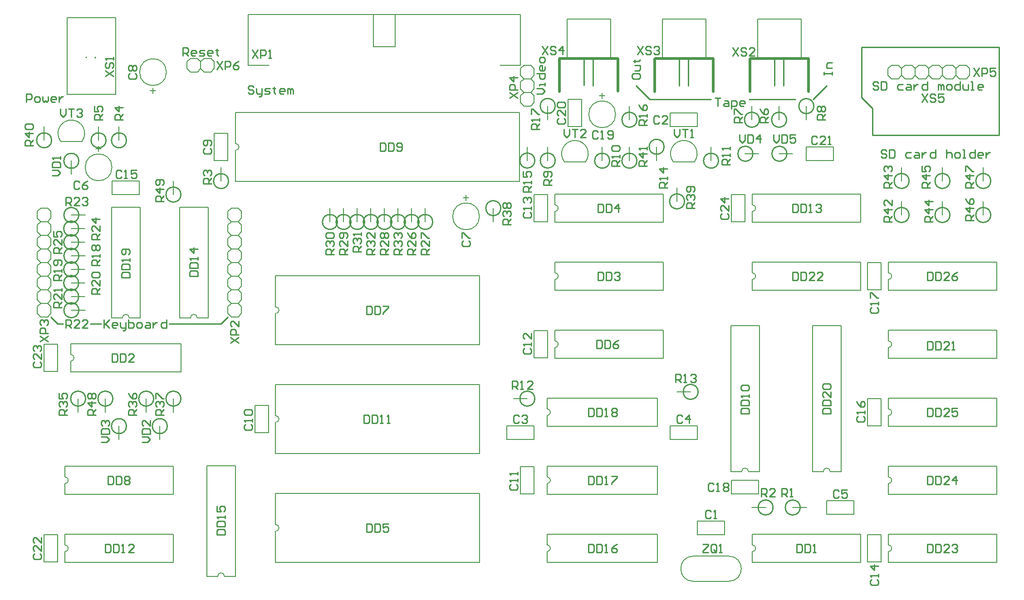
<source format=gto>
G04 Layer_Color=65535*
%FSLAX44Y44*%
%MOMM*%
G71*
G01*
G75*
%ADD12C,0.2540*%
%ADD31C,0.2000*%
%ADD32C,0.5000*%
%ADD33C,0.1500*%
D12*
X1550670Y711200D02*
G03*
X1550670Y711200I-13970J0D01*
G01*
X483870Y647192D02*
G03*
X483870Y647192I-13970J0D01*
G01*
X560070D02*
G03*
X560070Y647192I-13970J0D01*
G01*
X1716278Y1155700D02*
G03*
X1716278Y1155700I-13970J0D01*
G01*
X1652778D02*
G03*
X1652778Y1155700I-13970J0D01*
G01*
X394970Y1142492D02*
G03*
X394970Y1142492I-13970J0D01*
G01*
X1664970Y1219200D02*
G03*
X1664970Y1219200I-13970J0D01*
G01*
X1766570Y1244600D02*
G03*
X1766570Y1244600I-13970J0D01*
G01*
X1715770Y1219200D02*
G03*
X1715770Y1219200I-13970J0D01*
G01*
X1525270Y1066800D02*
G03*
X1525270Y1066800I-13970J0D01*
G01*
X674370Y1104646D02*
G03*
X674370Y1104646I-13970J0D01*
G01*
X1588770Y1142746D02*
G03*
X1588770Y1142746I-13970J0D01*
G01*
X1487170Y1168654D02*
G03*
X1487170Y1168654I-13970J0D01*
G01*
X585470Y698500D02*
G03*
X585470Y698500I-13970J0D01*
G01*
X534670D02*
G03*
X534670Y698500I-13970J0D01*
G01*
X458470D02*
G03*
X458470Y698500I-13970J0D01*
G01*
X407670D02*
G03*
X407670Y698500I-13970J0D01*
G01*
X1182370Y1054100D02*
G03*
X1182370Y1054100I-13970J0D01*
G01*
X394716Y990600D02*
G03*
X394716Y990600I-13970J0D01*
G01*
X394970Y965200D02*
G03*
X394970Y965200I-13970J0D01*
G01*
X394716Y1016000D02*
G03*
X394716Y1016000I-13970J0D01*
G01*
Y939800D02*
G03*
X394716Y939800I-13970J0D01*
G01*
Y914400D02*
G03*
X394716Y914400I-13970J0D01*
G01*
X1741170Y495300D02*
G03*
X1741170Y495300I-13970J0D01*
G01*
X1690624D02*
G03*
X1690624Y495300I-13970J0D01*
G01*
X394970Y1041400D02*
G03*
X394970Y1041400I-13970J0D01*
G01*
Y863600D02*
G03*
X394970Y863600I-13970J0D01*
G01*
X394716Y889000D02*
G03*
X394716Y889000I-13970J0D01*
G01*
X1004570Y1028446D02*
G03*
X1004570Y1028446I-13970J0D01*
G01*
X585470Y1079500D02*
G03*
X585470Y1079500I-13970J0D01*
G01*
X953770Y1028446D02*
G03*
X953770Y1028446I-13970J0D01*
G01*
X928370D02*
G03*
X928370Y1028446I-13970J0D01*
G01*
X877570D02*
G03*
X877570Y1028446I-13970J0D01*
G01*
X902970D02*
G03*
X902970Y1028446I-13970J0D01*
G01*
X979170D02*
G03*
X979170Y1028446I-13970J0D01*
G01*
X1055370D02*
G03*
X1055370Y1028446I-13970J0D01*
G01*
X1029970D02*
G03*
X1029970Y1028446I-13970J0D01*
G01*
X2096770Y1041400D02*
G03*
X2096770Y1041400I-13970J0D01*
G01*
Y1104900D02*
G03*
X2096770Y1104900I-13970J0D01*
G01*
X2020570Y1041400D02*
G03*
X2020570Y1041400I-13970J0D01*
G01*
Y1104900D02*
G03*
X2020570Y1104900I-13970J0D01*
G01*
X1944370Y1041400D02*
G03*
X1944370Y1041400I-13970J0D01*
G01*
Y1104900D02*
G03*
X1944370Y1104900I-13970J0D01*
G01*
X483870Y1180846D02*
G03*
X483870Y1180846I-13970J0D01*
G01*
X445770D02*
G03*
X445770Y1180846I-13970J0D01*
G01*
X1283970Y1244854D02*
G03*
X1283970Y1244854I-13970J0D01*
G01*
X1245870Y698500D02*
G03*
X1245870Y698500I-13970J0D01*
G01*
X344170Y1180846D02*
G03*
X344170Y1180846I-13970J0D01*
G01*
X1436370Y1219200D02*
G03*
X1436370Y1219200I-13970J0D01*
G01*
Y1142746D02*
G03*
X1436370Y1142746I-13970J0D01*
G01*
X1245870Y1143000D02*
G03*
X1245870Y1143000I-13970J0D01*
G01*
X1283970D02*
G03*
X1283970Y1143000I-13970J0D01*
G01*
X1385570Y1142746D02*
G03*
X1385570Y1142746I-13970J0D01*
G01*
X1693418Y1332738D02*
X1693926Y1333246D01*
X1693418Y1282954D02*
Y1332738D01*
X1710436Y1332484D02*
X1711198Y1333246D01*
X1710436Y1282700D02*
Y1332484D01*
X1647444Y1332738D02*
X1647952Y1333246D01*
X1647444Y1271524D02*
X1647698Y1271778D01*
X1756410D02*
X1756664Y1272032D01*
X1515618Y1332738D02*
X1516126Y1333246D01*
X1515618Y1282954D02*
Y1332738D01*
X1532636Y1332484D02*
X1533398Y1333246D01*
X1532636Y1282700D02*
Y1332484D01*
X1469644Y1332738D02*
X1470152Y1333246D01*
X1469644Y1271524D02*
X1469898Y1271778D01*
X1578610D02*
X1578864Y1272032D01*
X425196Y1335532D02*
X425958Y1336294D01*
X408178Y1335786D02*
X408686Y1336294D01*
X1855630Y1354990D02*
X2112170D01*
X1855630Y1260348D02*
Y1354990D01*
Y1260348D02*
X1875988Y1239990D01*
X2112170Y1189990D02*
Y1354990D01*
X1875950Y1189990D02*
Y1239990D01*
Y1189990D02*
X2112170D01*
X1337564Y1332992D02*
X1338072Y1333500D01*
X1337564Y1283208D02*
Y1332992D01*
X1354582Y1332738D02*
X1355344Y1333500D01*
X1354582Y1282954D02*
Y1332738D01*
X1291590Y1332992D02*
X1292098Y1333500D01*
X1291590Y1271778D02*
X1291844Y1272032D01*
X1400556D02*
X1400810Y1272286D01*
X563880Y838200D02*
X660400D01*
X673100Y850900D01*
X416560Y838200D02*
X436880D01*
X355600D02*
X365760D01*
X342900Y850900D02*
X355600Y838200D01*
X1460500Y1257300D02*
X1574800D01*
X1435100Y1282700D02*
X1460500Y1257300D01*
X1645920D02*
X1732280D01*
X1765300D02*
X1790700Y1282700D01*
X2065020Y1315715D02*
X2075177Y1300480D01*
Y1315715D02*
X2065020Y1300480D01*
X2080255D02*
Y1315715D01*
X2087873D01*
X2090412Y1313176D01*
Y1308098D01*
X2087873Y1305558D01*
X2080255D01*
X2105647Y1315715D02*
X2095490D01*
Y1308098D01*
X2100569Y1310637D01*
X2103108D01*
X2105647Y1308098D01*
Y1303019D01*
X2103108Y1300480D01*
X2098029D01*
X2095490Y1303019D01*
X322585Y805180D02*
X337820Y815337D01*
X322585D02*
X337820Y805180D01*
Y820415D02*
X322585D01*
Y828033D01*
X325124Y830572D01*
X330202D01*
X332742Y828033D01*
Y820415D01*
X325124Y835650D02*
X322585Y838189D01*
Y843268D01*
X325124Y845807D01*
X327663D01*
X330202Y843268D01*
Y840729D01*
Y843268D01*
X332742Y845807D01*
X335281D01*
X337820Y843268D01*
Y838189D01*
X335281Y835650D01*
X678185Y802640D02*
X693420Y812797D01*
X678185D02*
X693420Y802640D01*
Y817875D02*
X678185D01*
Y825493D01*
X680724Y828032D01*
X685803D01*
X688342Y825493D01*
Y817875D01*
X693420Y843267D02*
Y833110D01*
X683263Y843267D01*
X680724D01*
X678185Y840728D01*
Y835649D01*
X680724Y833110D01*
X1508760Y728980D02*
Y744215D01*
X1516378D01*
X1518917Y741676D01*
Y736598D01*
X1516378Y734058D01*
X1508760D01*
X1513838D02*
X1518917Y728980D01*
X1523995D02*
X1529073D01*
X1526534D01*
Y744215D01*
X1523995Y741676D01*
X1536691D02*
X1539230Y744215D01*
X1544308D01*
X1546848Y741676D01*
Y739137D01*
X1544308Y736598D01*
X1541769D01*
X1544308D01*
X1546848Y734058D01*
Y731519D01*
X1544308Y728980D01*
X1539230D01*
X1536691Y731519D01*
X1595124Y1043937D02*
X1592585Y1041397D01*
Y1036319D01*
X1595124Y1033780D01*
X1605281D01*
X1607820Y1036319D01*
Y1041397D01*
X1605281Y1043937D01*
X1607820Y1059172D02*
Y1049015D01*
X1597663Y1059172D01*
X1595124D01*
X1592585Y1056633D01*
Y1051554D01*
X1595124Y1049015D01*
X1607820Y1071868D02*
X1592585D01*
X1600202Y1064250D01*
Y1074407D01*
X490224Y1305557D02*
X487685Y1303017D01*
Y1297939D01*
X490224Y1295400D01*
X500381D01*
X502920Y1297939D01*
Y1303017D01*
X500381Y1305557D01*
X490224Y1310635D02*
X487685Y1313174D01*
Y1318253D01*
X490224Y1320792D01*
X492763D01*
X495303Y1318253D01*
X497842Y1320792D01*
X500381D01*
X502920Y1318253D01*
Y1313174D01*
X500381Y1310635D01*
X497842D01*
X495303Y1313174D01*
X492763Y1310635D01*
X490224D01*
X495303Y1313174D02*
Y1318253D01*
X932180Y871215D02*
Y855980D01*
X939798D01*
X942337Y858519D01*
Y868676D01*
X939798Y871215D01*
X932180D01*
X947415D02*
Y855980D01*
X955033D01*
X957572Y858519D01*
Y868676D01*
X955033Y871215D01*
X947415D01*
X962650D02*
X972807D01*
Y868676D01*
X962650Y858519D01*
Y855980D01*
X1574797Y487676D02*
X1572258Y490215D01*
X1567179D01*
X1564640Y487676D01*
Y477519D01*
X1567179Y474980D01*
X1572258D01*
X1574797Y477519D01*
X1579875Y474980D02*
X1584953D01*
X1582414D01*
Y490215D01*
X1579875Y487676D01*
X1478277Y1224276D02*
X1475737Y1226815D01*
X1470659D01*
X1468120Y1224276D01*
Y1214119D01*
X1470659Y1211580D01*
X1475737D01*
X1478277Y1214119D01*
X1493512Y1211580D02*
X1483355D01*
X1493512Y1221737D01*
Y1224276D01*
X1490973Y1226815D01*
X1485894D01*
X1483355Y1224276D01*
X1216657Y665476D02*
X1214118Y668015D01*
X1209039D01*
X1206500Y665476D01*
Y655319D01*
X1209039Y652780D01*
X1214118D01*
X1216657Y655319D01*
X1221735Y665476D02*
X1224274Y668015D01*
X1229353D01*
X1231892Y665476D01*
Y662937D01*
X1229353Y660397D01*
X1226813D01*
X1229353D01*
X1231892Y657858D01*
Y655319D01*
X1229353Y652780D01*
X1224274D01*
X1221735Y655319D01*
X1521457Y665476D02*
X1518918Y668015D01*
X1513839D01*
X1511300Y665476D01*
Y655319D01*
X1513839Y652780D01*
X1518918D01*
X1521457Y655319D01*
X1534153Y652780D02*
Y668015D01*
X1526535Y660397D01*
X1536692D01*
X1813557Y525776D02*
X1811017Y528315D01*
X1805939D01*
X1803400Y525776D01*
Y515619D01*
X1805939Y513080D01*
X1811017D01*
X1813557Y515619D01*
X1828792Y528315D02*
X1818635D01*
Y520698D01*
X1823713Y523237D01*
X1826253D01*
X1828792Y520698D01*
Y515619D01*
X1826253Y513080D01*
X1821174D01*
X1818635Y515619D01*
X396237Y1102356D02*
X393698Y1104895D01*
X388619D01*
X386080Y1102356D01*
Y1092199D01*
X388619Y1089660D01*
X393698D01*
X396237Y1092199D01*
X411472Y1104895D02*
X406393Y1102356D01*
X401315Y1097278D01*
Y1092199D01*
X403854Y1089660D01*
X408933D01*
X411472Y1092199D01*
Y1094738D01*
X408933Y1097278D01*
X401315D01*
X1112524Y993137D02*
X1109985Y990598D01*
Y985519D01*
X1112524Y982980D01*
X1122681D01*
X1125220Y985519D01*
Y990598D01*
X1122681Y993137D01*
X1109985Y998215D02*
Y1008372D01*
X1112524D01*
X1122681Y998215D01*
X1125220D01*
X629924Y1165857D02*
X627385Y1163317D01*
Y1158239D01*
X629924Y1155700D01*
X640081D01*
X642620Y1158239D01*
Y1163317D01*
X640081Y1165857D01*
Y1170935D02*
X642620Y1173474D01*
Y1178553D01*
X640081Y1181092D01*
X629924D01*
X627385Y1178553D01*
Y1173474D01*
X629924Y1170935D01*
X632463D01*
X635003Y1173474D01*
Y1181092D01*
X706124Y650237D02*
X703585Y647698D01*
Y642619D01*
X706124Y640080D01*
X716281D01*
X718820Y642619D01*
Y647698D01*
X716281Y650237D01*
X718820Y655315D02*
Y660393D01*
Y657854D01*
X703585D01*
X706124Y655315D01*
Y668011D02*
X703585Y670550D01*
Y675629D01*
X706124Y678168D01*
X716281D01*
X718820Y675629D01*
Y670550D01*
X716281Y668011D01*
X706124D01*
X1201424Y538477D02*
X1198885Y535938D01*
Y530859D01*
X1201424Y528320D01*
X1211581D01*
X1214120Y530859D01*
Y535938D01*
X1211581Y538477D01*
X1214120Y543555D02*
Y548633D01*
Y546094D01*
X1198885D01*
X1201424Y543555D01*
X1214120Y556251D02*
Y561329D01*
Y558790D01*
X1198885D01*
X1201424Y556251D01*
X1226824Y792477D02*
X1224285Y789938D01*
Y784859D01*
X1226824Y782320D01*
X1236981D01*
X1239520Y784859D01*
Y789938D01*
X1236981Y792477D01*
X1239520Y797555D02*
Y802633D01*
Y800094D01*
X1224285D01*
X1226824Y797555D01*
X1239520Y820408D02*
Y810251D01*
X1229363Y820408D01*
X1226824D01*
X1224285Y817868D01*
Y812790D01*
X1226824Y810251D01*
Y1046477D02*
X1224285Y1043938D01*
Y1038859D01*
X1226824Y1036320D01*
X1236981D01*
X1239520Y1038859D01*
Y1043938D01*
X1236981Y1046477D01*
X1239520Y1051555D02*
Y1056633D01*
Y1054094D01*
X1224285D01*
X1226824Y1051555D01*
Y1064251D02*
X1224285Y1066790D01*
Y1071869D01*
X1226824Y1074408D01*
X1229363D01*
X1231902Y1071869D01*
Y1069329D01*
Y1071869D01*
X1234442Y1074408D01*
X1236981D01*
X1239520Y1071869D01*
Y1066790D01*
X1236981Y1064251D01*
X1874524Y360677D02*
X1871985Y358138D01*
Y353059D01*
X1874524Y350520D01*
X1884681D01*
X1887220Y353059D01*
Y358138D01*
X1884681Y360677D01*
X1887220Y365755D02*
Y370833D01*
Y368294D01*
X1871985D01*
X1874524Y365755D01*
X1887220Y386068D02*
X1871985D01*
X1879603Y378451D01*
Y388608D01*
X474977Y1122676D02*
X472438Y1125215D01*
X467359D01*
X464820Y1122676D01*
Y1112519D01*
X467359Y1109980D01*
X472438D01*
X474977Y1112519D01*
X480055Y1109980D02*
X485133D01*
X482594D01*
Y1125215D01*
X480055Y1122676D01*
X502908Y1125215D02*
X492751D01*
Y1117598D01*
X497829Y1120137D01*
X500368D01*
X502908Y1117598D01*
Y1112519D01*
X500368Y1109980D01*
X495290D01*
X492751Y1112519D01*
X1363977Y1196336D02*
X1361438Y1198875D01*
X1356359D01*
X1353820Y1196336D01*
Y1186179D01*
X1356359Y1183640D01*
X1361438D01*
X1363977Y1186179D01*
X1369055Y1183640D02*
X1374133D01*
X1371594D01*
Y1198875D01*
X1369055Y1196336D01*
X1381751Y1186179D02*
X1384290Y1183640D01*
X1389368D01*
X1391908Y1186179D01*
Y1196336D01*
X1389368Y1198875D01*
X1384290D01*
X1381751Y1196336D01*
Y1193797D01*
X1384290Y1191257D01*
X1391908D01*
X1290324Y1221737D02*
X1287785Y1219197D01*
Y1214119D01*
X1290324Y1211580D01*
X1300481D01*
X1303020Y1214119D01*
Y1219197D01*
X1300481Y1221737D01*
X1303020Y1236972D02*
Y1226815D01*
X1292863Y1236972D01*
X1290324D01*
X1287785Y1234433D01*
Y1229354D01*
X1290324Y1226815D01*
Y1242050D02*
X1287785Y1244589D01*
Y1249668D01*
X1290324Y1252207D01*
X1300481D01*
X1303020Y1249668D01*
Y1244589D01*
X1300481Y1242050D01*
X1290324D01*
X1772917Y1186176D02*
X1770378Y1188715D01*
X1765299D01*
X1762760Y1186176D01*
Y1176019D01*
X1765299Y1173480D01*
X1770378D01*
X1772917Y1176019D01*
X1788152Y1173480D02*
X1777995D01*
X1788152Y1183637D01*
Y1186176D01*
X1785613Y1188715D01*
X1780534D01*
X1777995Y1186176D01*
X1793230Y1173480D02*
X1798309D01*
X1795769D01*
Y1188715D01*
X1793230Y1186176D01*
X1849124Y665477D02*
X1846585Y662937D01*
Y657859D01*
X1849124Y655320D01*
X1859281D01*
X1861820Y657859D01*
Y662937D01*
X1859281Y665477D01*
X1861820Y670555D02*
Y675633D01*
Y673094D01*
X1846585D01*
X1849124Y670555D01*
X1846585Y693408D02*
X1849124Y688329D01*
X1854203Y683251D01*
X1859281D01*
X1861820Y685790D01*
Y690869D01*
X1859281Y693408D01*
X1856742D01*
X1854203Y690869D01*
Y683251D01*
X1874524Y868677D02*
X1871985Y866137D01*
Y861059D01*
X1874524Y858520D01*
X1884681D01*
X1887220Y861059D01*
Y866137D01*
X1884681Y868677D01*
X1887220Y873755D02*
Y878833D01*
Y876294D01*
X1871985D01*
X1874524Y873755D01*
X1871985Y886451D02*
Y896608D01*
X1874524D01*
X1884681Y886451D01*
X1887220D01*
X1579877Y538476D02*
X1577337Y541015D01*
X1572259D01*
X1569720Y538476D01*
Y528319D01*
X1572259Y525780D01*
X1577337D01*
X1579877Y528319D01*
X1584955Y525780D02*
X1590033D01*
X1587494D01*
Y541015D01*
X1584955Y538476D01*
X1597651D02*
X1600190Y541015D01*
X1605269D01*
X1607808Y538476D01*
Y535937D01*
X1605269Y533397D01*
X1607808Y530858D01*
Y528319D01*
X1605269Y525780D01*
X1600190D01*
X1597651Y528319D01*
Y530858D01*
X1600190Y533397D01*
X1597651Y535937D01*
Y538476D01*
X1600190Y533397D02*
X1605269D01*
X1734820Y426715D02*
Y411480D01*
X1742437D01*
X1744977Y414019D01*
Y424176D01*
X1742437Y426715D01*
X1734820D01*
X1750055D02*
Y411480D01*
X1757673D01*
X1760212Y414019D01*
Y424176D01*
X1757673Y426715D01*
X1750055D01*
X1765290Y411480D02*
X1770368D01*
X1767829D01*
Y426715D01*
X1765290Y424176D01*
X457200Y782315D02*
Y767080D01*
X464818D01*
X467357Y769619D01*
Y779776D01*
X464818Y782315D01*
X457200D01*
X472435D02*
Y767080D01*
X480053D01*
X482592Y769619D01*
Y779776D01*
X480053Y782315D01*
X472435D01*
X497827Y767080D02*
X487670D01*
X497827Y777237D01*
Y779776D01*
X495288Y782315D01*
X490209D01*
X487670Y779776D01*
X1363980Y934715D02*
Y919480D01*
X1371597D01*
X1374137Y922019D01*
Y932176D01*
X1371597Y934715D01*
X1363980D01*
X1379215D02*
Y919480D01*
X1386833D01*
X1389372Y922019D01*
Y932176D01*
X1386833Y934715D01*
X1379215D01*
X1394450Y932176D02*
X1396989Y934715D01*
X1402068D01*
X1404607Y932176D01*
Y929637D01*
X1402068Y927097D01*
X1399529D01*
X1402068D01*
X1404607Y924558D01*
Y922019D01*
X1402068Y919480D01*
X1396989D01*
X1394450Y922019D01*
X1363980Y1061715D02*
Y1046480D01*
X1371597D01*
X1374137Y1049019D01*
Y1059176D01*
X1371597Y1061715D01*
X1363980D01*
X1379215D02*
Y1046480D01*
X1386833D01*
X1389372Y1049019D01*
Y1059176D01*
X1386833Y1061715D01*
X1379215D01*
X1402068Y1046480D02*
Y1061715D01*
X1394450Y1054098D01*
X1404607D01*
X1361440Y807715D02*
Y792480D01*
X1369057D01*
X1371597Y795019D01*
Y805176D01*
X1369057Y807715D01*
X1361440D01*
X1376675D02*
Y792480D01*
X1384293D01*
X1386832Y795019D01*
Y805176D01*
X1384293Y807715D01*
X1376675D01*
X1402067D02*
X1396989Y805176D01*
X1391910Y800098D01*
Y795019D01*
X1394449Y792480D01*
X1399528D01*
X1402067Y795019D01*
Y797558D01*
X1399528Y800098D01*
X1391910D01*
X449580Y553715D02*
Y538480D01*
X457197D01*
X459737Y541019D01*
Y551176D01*
X457197Y553715D01*
X449580D01*
X464815D02*
Y538480D01*
X472433D01*
X474972Y541019D01*
Y551176D01*
X472433Y553715D01*
X464815D01*
X480050Y551176D02*
X482589Y553715D01*
X487668D01*
X490207Y551176D01*
Y548637D01*
X487668Y546097D01*
X490207Y543558D01*
Y541019D01*
X487668Y538480D01*
X482589D01*
X480050Y541019D01*
Y543558D01*
X482589Y546097D01*
X480050Y548637D01*
Y551176D01*
X482589Y546097D02*
X487668D01*
X957580Y1176015D02*
Y1160780D01*
X965198D01*
X967737Y1163319D01*
Y1173476D01*
X965198Y1176015D01*
X957580D01*
X972815D02*
Y1160780D01*
X980433D01*
X982972Y1163319D01*
Y1173476D01*
X980433Y1176015D01*
X972815D01*
X988050Y1163319D02*
X990589Y1160780D01*
X995668D01*
X998207Y1163319D01*
Y1173476D01*
X995668Y1176015D01*
X990589D01*
X988050Y1173476D01*
Y1170937D01*
X990589Y1168398D01*
X998207D01*
X1630685Y670560D02*
X1645920D01*
Y678177D01*
X1643381Y680717D01*
X1633224D01*
X1630685Y678177D01*
Y670560D01*
Y685795D02*
X1645920D01*
Y693413D01*
X1643381Y695952D01*
X1633224D01*
X1630685Y693413D01*
Y685795D01*
X1645920Y701030D02*
Y706108D01*
Y703569D01*
X1630685D01*
X1633224Y701030D01*
Y713726D02*
X1630685Y716265D01*
Y721344D01*
X1633224Y723883D01*
X1643381D01*
X1645920Y721344D01*
Y716265D01*
X1643381Y713726D01*
X1633224D01*
X444500Y426715D02*
Y411480D01*
X452118D01*
X454657Y414019D01*
Y424176D01*
X452118Y426715D01*
X444500D01*
X459735D02*
Y411480D01*
X467353D01*
X469892Y414019D01*
Y424176D01*
X467353Y426715D01*
X459735D01*
X474970Y411480D02*
X480048D01*
X477509D01*
Y426715D01*
X474970Y424176D01*
X497823Y411480D02*
X487666D01*
X497823Y421637D01*
Y424176D01*
X495284Y426715D01*
X490205D01*
X487666Y424176D01*
X1727200Y1061715D02*
Y1046480D01*
X1734818D01*
X1737357Y1049019D01*
Y1059176D01*
X1734818Y1061715D01*
X1727200D01*
X1742435D02*
Y1046480D01*
X1750053D01*
X1752592Y1049019D01*
Y1059176D01*
X1750053Y1061715D01*
X1742435D01*
X1757670Y1046480D02*
X1762749D01*
X1760209D01*
Y1061715D01*
X1757670Y1059176D01*
X1770366D02*
X1772905Y1061715D01*
X1777984D01*
X1780523Y1059176D01*
Y1056637D01*
X1777984Y1054098D01*
X1775444D01*
X1777984D01*
X1780523Y1051558D01*
Y1049019D01*
X1777984Y1046480D01*
X1772905D01*
X1770366Y1049019D01*
X601985Y927100D02*
X617220D01*
Y934717D01*
X614681Y937257D01*
X604524D01*
X601985Y934717D01*
Y927100D01*
Y942335D02*
X617220D01*
Y949953D01*
X614681Y952492D01*
X604524D01*
X601985Y949953D01*
Y942335D01*
X617220Y957570D02*
Y962648D01*
Y960109D01*
X601985D01*
X604524Y957570D01*
X617220Y977884D02*
X601985D01*
X609603Y970266D01*
Y980423D01*
X652785Y444500D02*
X668020D01*
Y452118D01*
X665481Y454657D01*
X655324D01*
X652785Y452118D01*
Y444500D01*
Y459735D02*
X668020D01*
Y467353D01*
X665481Y469892D01*
X655324D01*
X652785Y467353D01*
Y459735D01*
X668020Y474970D02*
Y480048D01*
Y477509D01*
X652785D01*
X655324Y474970D01*
X652785Y497823D02*
Y487666D01*
X660403D01*
X657863Y492744D01*
Y495284D01*
X660403Y497823D01*
X665481D01*
X668020Y495284D01*
Y490205D01*
X665481Y487666D01*
X1346200Y426715D02*
Y411480D01*
X1353817D01*
X1356357Y414019D01*
Y424176D01*
X1353817Y426715D01*
X1346200D01*
X1361435D02*
Y411480D01*
X1369053D01*
X1371592Y414019D01*
Y424176D01*
X1369053Y426715D01*
X1361435D01*
X1376670Y411480D02*
X1381749D01*
X1379209D01*
Y426715D01*
X1376670Y424176D01*
X1399523Y426715D02*
X1394444Y424176D01*
X1389366Y419098D01*
Y414019D01*
X1391905Y411480D01*
X1396984D01*
X1399523Y414019D01*
Y416558D01*
X1396984Y419098D01*
X1389366D01*
X1346200Y553715D02*
Y538480D01*
X1353817D01*
X1356357Y541019D01*
Y551176D01*
X1353817Y553715D01*
X1346200D01*
X1361435D02*
Y538480D01*
X1369053D01*
X1371592Y541019D01*
Y551176D01*
X1369053Y553715D01*
X1361435D01*
X1376670Y538480D02*
X1381749D01*
X1379209D01*
Y553715D01*
X1376670Y551176D01*
X1389366Y553715D02*
X1399523D01*
Y551176D01*
X1389366Y541019D01*
Y538480D01*
X1346200Y680715D02*
Y665480D01*
X1353817D01*
X1356357Y668019D01*
Y678176D01*
X1353817Y680715D01*
X1346200D01*
X1361435D02*
Y665480D01*
X1369053D01*
X1371592Y668019D01*
Y678176D01*
X1369053Y680715D01*
X1361435D01*
X1376670Y665480D02*
X1381749D01*
X1379209D01*
Y680715D01*
X1376670Y678176D01*
X1389366D02*
X1391905Y680715D01*
X1396984D01*
X1399523Y678176D01*
Y675637D01*
X1396984Y673098D01*
X1399523Y670558D01*
Y668019D01*
X1396984Y665480D01*
X1391905D01*
X1389366Y668019D01*
Y670558D01*
X1391905Y673098D01*
X1389366Y675637D01*
Y678176D01*
X1391905Y673098D02*
X1396984D01*
X474985Y924560D02*
X490220D01*
Y932178D01*
X487681Y934717D01*
X477524D01*
X474985Y932178D01*
Y924560D01*
Y939795D02*
X490220D01*
Y947413D01*
X487681Y949952D01*
X477524D01*
X474985Y947413D01*
Y939795D01*
X490220Y955030D02*
Y960108D01*
Y957569D01*
X474985D01*
X477524Y955030D01*
X487681Y967726D02*
X490220Y970265D01*
Y975344D01*
X487681Y977883D01*
X477524D01*
X474985Y975344D01*
Y970265D01*
X477524Y967726D01*
X480063D01*
X482603Y970265D01*
Y977883D01*
X1783085Y670560D02*
X1798320D01*
Y678177D01*
X1795781Y680717D01*
X1785624D01*
X1783085Y678177D01*
Y670560D01*
Y685795D02*
X1798320D01*
Y693413D01*
X1795781Y695952D01*
X1785624D01*
X1783085Y693413D01*
Y685795D01*
X1798320Y711187D02*
Y701030D01*
X1788163Y711187D01*
X1785624D01*
X1783085Y708648D01*
Y703569D01*
X1785624Y701030D01*
Y716265D02*
X1783085Y718804D01*
Y723883D01*
X1785624Y726422D01*
X1795781D01*
X1798320Y723883D01*
Y718804D01*
X1795781Y716265D01*
X1785624D01*
X1978660Y805175D02*
Y789940D01*
X1986277D01*
X1988817Y792479D01*
Y802636D01*
X1986277Y805175D01*
X1978660D01*
X1993895D02*
Y789940D01*
X2001513D01*
X2004052Y792479D01*
Y802636D01*
X2001513Y805175D01*
X1993895D01*
X2019287Y789940D02*
X2009130D01*
X2019287Y800097D01*
Y802636D01*
X2016748Y805175D01*
X2011669D01*
X2009130Y802636D01*
X2024365Y789940D02*
X2029444D01*
X2026904D01*
Y805175D01*
X2024365Y802636D01*
X1727200Y934715D02*
Y919480D01*
X1734818D01*
X1737357Y922019D01*
Y932176D01*
X1734818Y934715D01*
X1727200D01*
X1742435D02*
Y919480D01*
X1750053D01*
X1752592Y922019D01*
Y932176D01*
X1750053Y934715D01*
X1742435D01*
X1767827Y919480D02*
X1757670D01*
X1767827Y929637D01*
Y932176D01*
X1765288Y934715D01*
X1760209D01*
X1757670Y932176D01*
X1783062Y919480D02*
X1772905D01*
X1783062Y929637D01*
Y932176D01*
X1780523Y934715D01*
X1775444D01*
X1772905Y932176D01*
X1978660Y426715D02*
Y411480D01*
X1986277D01*
X1988817Y414019D01*
Y424176D01*
X1986277Y426715D01*
X1978660D01*
X1993895D02*
Y411480D01*
X2001513D01*
X2004052Y414019D01*
Y424176D01*
X2001513Y426715D01*
X1993895D01*
X2019287Y411480D02*
X2009130D01*
X2019287Y421637D01*
Y424176D01*
X2016748Y426715D01*
X2011669D01*
X2009130Y424176D01*
X2024365D02*
X2026904Y426715D01*
X2031983D01*
X2034522Y424176D01*
Y421637D01*
X2031983Y419098D01*
X2029444D01*
X2031983D01*
X2034522Y416558D01*
Y414019D01*
X2031983Y411480D01*
X2026904D01*
X2024365Y414019D01*
X1978660Y553715D02*
Y538480D01*
X1986277D01*
X1988817Y541019D01*
Y551176D01*
X1986277Y553715D01*
X1978660D01*
X1993895D02*
Y538480D01*
X2001513D01*
X2004052Y541019D01*
Y551176D01*
X2001513Y553715D01*
X1993895D01*
X2019287Y538480D02*
X2009130D01*
X2019287Y548637D01*
Y551176D01*
X2016748Y553715D01*
X2011669D01*
X2009130Y551176D01*
X2031983Y538480D02*
Y553715D01*
X2024365Y546097D01*
X2034522D01*
X1978660Y680715D02*
Y665480D01*
X1986277D01*
X1988817Y668019D01*
Y678176D01*
X1986277Y680715D01*
X1978660D01*
X1993895D02*
Y665480D01*
X2001513D01*
X2004052Y668019D01*
Y678176D01*
X2001513Y680715D01*
X1993895D01*
X2019287Y665480D02*
X2009130D01*
X2019287Y675637D01*
Y678176D01*
X2016748Y680715D01*
X2011669D01*
X2009130Y678176D01*
X2034522Y680715D02*
X2024365D01*
Y673098D01*
X2029444Y675637D01*
X2031983D01*
X2034522Y673098D01*
Y668019D01*
X2031983Y665480D01*
X2026904D01*
X2024365Y668019D01*
X1978660Y934715D02*
Y919480D01*
X1986277D01*
X1988817Y922019D01*
Y932176D01*
X1986277Y934715D01*
X1978660D01*
X1993895D02*
Y919480D01*
X2001513D01*
X2004052Y922019D01*
Y932176D01*
X2001513Y934715D01*
X1993895D01*
X2019287Y919480D02*
X2009130D01*
X2019287Y929637D01*
Y932176D01*
X2016748Y934715D01*
X2011669D01*
X2009130Y932176D01*
X2034522Y934715D02*
X2029444Y932176D01*
X2024365Y927097D01*
Y922019D01*
X2026904Y919480D01*
X2031983D01*
X2034522Y922019D01*
Y924558D01*
X2031983Y927097D01*
X2024365D01*
X345445Y1115060D02*
X355602D01*
X360680Y1120138D01*
X355602Y1125217D01*
X345445D01*
Y1130295D02*
X360680D01*
Y1137913D01*
X358141Y1140452D01*
X347984D01*
X345445Y1137913D01*
Y1130295D01*
X360680Y1145530D02*
Y1150609D01*
Y1148069D01*
X345445D01*
X347984Y1145530D01*
X513085Y617220D02*
X523242D01*
X528320Y622298D01*
X523242Y627377D01*
X513085D01*
Y632455D02*
X528320D01*
Y640073D01*
X525781Y642612D01*
X515624D01*
X513085Y640073D01*
Y632455D01*
X528320Y657847D02*
Y647690D01*
X518163Y657847D01*
X515624D01*
X513085Y655308D01*
Y650229D01*
X515624Y647690D01*
X436885Y617220D02*
X447042D01*
X452120Y622298D01*
X447042Y627377D01*
X436885D01*
Y632455D02*
X452120D01*
Y640073D01*
X449581Y642612D01*
X439424D01*
X436885Y640073D01*
Y632455D01*
X439424Y647690D02*
X436885Y650229D01*
Y655308D01*
X439424Y657847D01*
X441963D01*
X444502Y655308D01*
Y652768D01*
Y655308D01*
X447042Y657847D01*
X449581D01*
X452120Y655308D01*
Y650229D01*
X449581Y647690D01*
X1628140Y1191255D02*
Y1181098D01*
X1633218Y1176020D01*
X1638297Y1181098D01*
Y1191255D01*
X1643375D02*
Y1176020D01*
X1650993D01*
X1653532Y1178559D01*
Y1188716D01*
X1650993Y1191255D01*
X1643375D01*
X1666228Y1176020D02*
Y1191255D01*
X1658610Y1183637D01*
X1668767D01*
X1691640Y1191255D02*
Y1181098D01*
X1696718Y1176020D01*
X1701797Y1181098D01*
Y1191255D01*
X1706875D02*
Y1176020D01*
X1714493D01*
X1717032Y1178559D01*
Y1188716D01*
X1714493Y1191255D01*
X1706875D01*
X1732267D02*
X1722110D01*
Y1183637D01*
X1727189Y1186177D01*
X1729728D01*
X1732267Y1183637D01*
Y1178559D01*
X1729728Y1176020D01*
X1724649D01*
X1722110Y1178559D01*
X718947Y1349624D02*
X729104Y1334389D01*
Y1349624D02*
X718947Y1334389D01*
X734182D02*
Y1349624D01*
X741800D01*
X744339Y1347085D01*
Y1342007D01*
X741800Y1339467D01*
X734182D01*
X749417Y1334389D02*
X754495D01*
X751956D01*
Y1349624D01*
X749417Y1347085D01*
X444505Y1300480D02*
X459740Y1310637D01*
X444505D02*
X459740Y1300480D01*
X447044Y1325872D02*
X444505Y1323333D01*
Y1318254D01*
X447044Y1315715D01*
X449583D01*
X452122Y1318254D01*
Y1323333D01*
X454662Y1325872D01*
X457201D01*
X459740Y1323333D01*
Y1318254D01*
X457201Y1315715D01*
X459740Y1330950D02*
Y1336028D01*
Y1333489D01*
X444505D01*
X447044Y1330950D01*
X1615440Y1353815D02*
X1625597Y1338580D01*
Y1353815D02*
X1615440Y1338580D01*
X1640832Y1351276D02*
X1638293Y1353815D01*
X1633214D01*
X1630675Y1351276D01*
Y1348737D01*
X1633214Y1346198D01*
X1638293D01*
X1640832Y1343658D01*
Y1341119D01*
X1638293Y1338580D01*
X1633214D01*
X1630675Y1341119D01*
X1656067Y1338580D02*
X1645910D01*
X1656067Y1348737D01*
Y1351276D01*
X1653528Y1353815D01*
X1648449D01*
X1645910Y1351276D01*
X1437640Y1356355D02*
X1447797Y1341120D01*
Y1356355D02*
X1437640Y1341120D01*
X1463032Y1353816D02*
X1460493Y1356355D01*
X1455414D01*
X1452875Y1353816D01*
Y1351277D01*
X1455414Y1348737D01*
X1460493D01*
X1463032Y1346198D01*
Y1343659D01*
X1460493Y1341120D01*
X1455414D01*
X1452875Y1343659D01*
X1468110Y1353816D02*
X1470649Y1356355D01*
X1475728D01*
X1478267Y1353816D01*
Y1351277D01*
X1475728Y1348737D01*
X1473188D01*
X1475728D01*
X1478267Y1346198D01*
Y1343659D01*
X1475728Y1341120D01*
X1470649D01*
X1468110Y1343659D01*
X1259840Y1356355D02*
X1269997Y1341120D01*
Y1356355D02*
X1259840Y1341120D01*
X1285232Y1353816D02*
X1282693Y1356355D01*
X1277614D01*
X1275075Y1353816D01*
Y1351277D01*
X1277614Y1348737D01*
X1282693D01*
X1285232Y1346198D01*
Y1343659D01*
X1282693Y1341120D01*
X1277614D01*
X1275075Y1343659D01*
X1297928Y1341120D02*
Y1356355D01*
X1290310Y1348737D01*
X1300467D01*
X1968500Y1267455D02*
X1978657Y1252220D01*
Y1267455D02*
X1968500Y1252220D01*
X1993892Y1264916D02*
X1991353Y1267455D01*
X1986274D01*
X1983735Y1264916D01*
Y1262377D01*
X1986274Y1259837D01*
X1991353D01*
X1993892Y1257298D01*
Y1254759D01*
X1991353Y1252220D01*
X1986274D01*
X1983735Y1254759D01*
X2009127Y1267455D02*
X1998970D01*
Y1259837D01*
X2004048Y1262377D01*
X2006588D01*
X2009127Y1259837D01*
Y1254759D01*
X2006588Y1252220D01*
X2001509D01*
X1998970Y1254759D01*
X1559560Y426715D02*
X1569717D01*
Y424176D01*
X1559560Y414019D01*
Y411480D01*
X1569717D01*
X1584952Y414019D02*
Y424176D01*
X1582413Y426715D01*
X1577334D01*
X1574795Y424176D01*
Y414019D01*
X1577334Y411480D01*
X1582413D01*
X1579873Y416558D02*
X1584952Y411480D01*
X1582413D02*
X1584952Y414019D01*
X1590030Y411480D02*
X1595108D01*
X1592569D01*
Y426715D01*
X1590030Y424176D01*
X1706880Y515620D02*
Y530855D01*
X1714498D01*
X1717037Y528316D01*
Y523237D01*
X1714498Y520698D01*
X1706880D01*
X1711958D02*
X1717037Y515620D01*
X1722115D02*
X1727193D01*
X1724654D01*
Y530855D01*
X1722115Y528316D01*
X1668780Y515620D02*
Y530855D01*
X1676398D01*
X1678937Y528316D01*
Y523237D01*
X1676398Y520698D01*
X1668780D01*
X1673858D02*
X1678937Y515620D01*
X1694172D02*
X1684015D01*
X1694172Y525777D01*
Y528316D01*
X1691633Y530855D01*
X1686554D01*
X1684015Y528316D01*
X642620Y1099820D02*
X627385D01*
Y1107438D01*
X629924Y1109977D01*
X635003D01*
X637542Y1107438D01*
Y1099820D01*
Y1104898D02*
X642620Y1109977D01*
X629924Y1115055D02*
X627385Y1117594D01*
Y1122673D01*
X629924Y1125212D01*
X632463D01*
X635003Y1122673D01*
Y1120133D01*
Y1122673D01*
X637542Y1125212D01*
X640081D01*
X642620Y1122673D01*
Y1117594D01*
X640081Y1115055D01*
X477520Y1219200D02*
X462285D01*
Y1226817D01*
X464824Y1229357D01*
X469902D01*
X472442Y1226817D01*
Y1219200D01*
Y1224278D02*
X477520Y1229357D01*
Y1242053D02*
X462285D01*
X469902Y1234435D01*
Y1244592D01*
X439420Y1219200D02*
X424185D01*
Y1226817D01*
X426724Y1229357D01*
X431802D01*
X434342Y1226817D01*
Y1219200D01*
Y1224278D02*
X439420Y1229357D01*
X424185Y1244592D02*
Y1234435D01*
X431802D01*
X429263Y1239513D01*
Y1242053D01*
X431802Y1244592D01*
X436881D01*
X439420Y1242053D01*
Y1236974D01*
X436881Y1234435D01*
X1681480Y1214374D02*
X1666245D01*
Y1221992D01*
X1668784Y1224531D01*
X1673862D01*
X1676402Y1221992D01*
Y1214374D01*
Y1219452D02*
X1681480Y1224531D01*
X1666245Y1239766D02*
X1668784Y1234687D01*
X1673862Y1229609D01*
X1678941D01*
X1681480Y1232148D01*
Y1237227D01*
X1678941Y1239766D01*
X1676402D01*
X1673862Y1237227D01*
Y1229609D01*
X1633220Y1214374D02*
X1617985D01*
Y1221992D01*
X1620524Y1224531D01*
X1625603D01*
X1628142Y1221992D01*
Y1214374D01*
Y1219452D02*
X1633220Y1224531D01*
X1617985Y1229609D02*
Y1239766D01*
X1620524D01*
X1630681Y1229609D01*
X1633220D01*
X1788160Y1219200D02*
X1772925D01*
Y1226817D01*
X1775464Y1229357D01*
X1780542D01*
X1783082Y1226817D01*
Y1219200D01*
Y1224278D02*
X1788160Y1229357D01*
X1775464Y1234435D02*
X1772925Y1236974D01*
Y1242053D01*
X1775464Y1244592D01*
X1778003D01*
X1780542Y1242053D01*
X1783082Y1244592D01*
X1785621D01*
X1788160Y1242053D01*
Y1236974D01*
X1785621Y1234435D01*
X1783082D01*
X1780542Y1236974D01*
X1778003Y1234435D01*
X1775464D01*
X1780542Y1236974D02*
Y1242053D01*
X1277620Y1097280D02*
X1262385D01*
Y1104898D01*
X1264924Y1107437D01*
X1270003D01*
X1272542Y1104898D01*
Y1097280D01*
Y1102358D02*
X1277620Y1107437D01*
X1275081Y1112515D02*
X1277620Y1115054D01*
Y1120133D01*
X1275081Y1122672D01*
X1264924D01*
X1262385Y1120133D01*
Y1115054D01*
X1264924Y1112515D01*
X1267463D01*
X1270003Y1115054D01*
Y1122672D01*
X1404620Y1132840D02*
X1389385D01*
Y1140458D01*
X1391924Y1142997D01*
X1397003D01*
X1399542Y1140458D01*
Y1132840D01*
Y1137918D02*
X1404620Y1142997D01*
Y1148075D02*
Y1153153D01*
Y1150614D01*
X1389385D01*
X1391924Y1148075D01*
Y1160771D02*
X1389385Y1163310D01*
Y1168389D01*
X1391924Y1170928D01*
X1402081D01*
X1404620Y1168389D01*
Y1163310D01*
X1402081Y1160771D01*
X1391924D01*
X1610360Y1135380D02*
X1595125D01*
Y1142998D01*
X1597664Y1145537D01*
X1602742D01*
X1605282Y1142998D01*
Y1135380D01*
Y1140458D02*
X1610360Y1145537D01*
Y1150615D02*
Y1155693D01*
Y1153154D01*
X1595125D01*
X1597664Y1150615D01*
X1610360Y1163311D02*
Y1168389D01*
Y1165850D01*
X1595125D01*
X1597664Y1163311D01*
X1203960Y716280D02*
Y731515D01*
X1211578D01*
X1214117Y728976D01*
Y723897D01*
X1211578Y721358D01*
X1203960D01*
X1209038D02*
X1214117Y716280D01*
X1219195D02*
X1224273D01*
X1221734D01*
Y731515D01*
X1219195Y728976D01*
X1242048Y716280D02*
X1231891D01*
X1242048Y726437D01*
Y728976D01*
X1239509Y731515D01*
X1234430D01*
X1231891Y728976D01*
X1493520Y1092200D02*
X1478285D01*
Y1099818D01*
X1480824Y1102357D01*
X1485903D01*
X1488442Y1099818D01*
Y1092200D01*
Y1097278D02*
X1493520Y1102357D01*
Y1107435D02*
Y1112513D01*
Y1109974D01*
X1478285D01*
X1480824Y1107435D01*
X1493520Y1127748D02*
X1478285D01*
X1485903Y1120131D01*
Y1130288D01*
X1239520Y1084580D02*
X1224285D01*
Y1092197D01*
X1226824Y1094737D01*
X1231902D01*
X1234442Y1092197D01*
Y1084580D01*
Y1089658D02*
X1239520Y1094737D01*
Y1099815D02*
Y1104893D01*
Y1102354D01*
X1224285D01*
X1226824Y1099815D01*
X1224285Y1122668D02*
Y1112511D01*
X1231902D01*
X1229363Y1117589D01*
Y1120128D01*
X1231902Y1122668D01*
X1236981D01*
X1239520Y1120128D01*
Y1115050D01*
X1236981Y1112511D01*
X1455420Y1209040D02*
X1440185D01*
Y1216657D01*
X1442724Y1219197D01*
X1447802D01*
X1450342Y1216657D01*
Y1209040D01*
Y1214118D02*
X1455420Y1219197D01*
Y1224275D02*
Y1229353D01*
Y1226814D01*
X1440185D01*
X1442724Y1224275D01*
X1440185Y1247128D02*
X1442724Y1242049D01*
X1447802Y1236971D01*
X1452881D01*
X1455420Y1239510D01*
Y1244588D01*
X1452881Y1247128D01*
X1450342D01*
X1447802Y1244588D01*
Y1236971D01*
X1254760Y1201420D02*
X1239525D01*
Y1209037D01*
X1242064Y1211577D01*
X1247142D01*
X1249682Y1209037D01*
Y1201420D01*
Y1206498D02*
X1254760Y1211577D01*
Y1216655D02*
Y1221733D01*
Y1219194D01*
X1239525D01*
X1242064Y1216655D01*
X1239525Y1229351D02*
Y1239508D01*
X1242064D01*
X1252221Y1229351D01*
X1254760D01*
X434340Y947420D02*
X419105D01*
Y955038D01*
X421644Y957577D01*
X426722D01*
X429262Y955038D01*
Y947420D01*
Y952498D02*
X434340Y957577D01*
Y962655D02*
Y967733D01*
Y965194D01*
X419105D01*
X421644Y962655D01*
Y975351D02*
X419105Y977890D01*
Y982969D01*
X421644Y985508D01*
X424183D01*
X426722Y982969D01*
X429262Y985508D01*
X431801D01*
X434340Y982969D01*
Y977890D01*
X431801Y975351D01*
X429262D01*
X426722Y977890D01*
X424183Y975351D01*
X421644D01*
X426722Y977890D02*
Y982969D01*
X363220Y919480D02*
X347985D01*
Y927097D01*
X350524Y929637D01*
X355602D01*
X358142Y927097D01*
Y919480D01*
Y924558D02*
X363220Y929637D01*
Y934715D02*
Y939793D01*
Y937254D01*
X347985D01*
X350524Y934715D01*
X360681Y947411D02*
X363220Y949950D01*
Y955029D01*
X360681Y957568D01*
X350524D01*
X347985Y955029D01*
Y949950D01*
X350524Y947411D01*
X353063D01*
X355602Y949950D01*
Y957568D01*
X434340Y894080D02*
X419105D01*
Y901697D01*
X421644Y904237D01*
X426722D01*
X429262Y901697D01*
Y894080D01*
Y899158D02*
X434340Y904237D01*
Y919472D02*
Y909315D01*
X424183Y919472D01*
X421644D01*
X419105Y916933D01*
Y911854D01*
X421644Y909315D01*
Y924550D02*
X419105Y927089D01*
Y932168D01*
X421644Y934707D01*
X431801D01*
X434340Y932168D01*
Y927089D01*
X431801Y924550D01*
X421644D01*
X363220Y868680D02*
X347985D01*
Y876298D01*
X350524Y878837D01*
X355602D01*
X358142Y876298D01*
Y868680D01*
Y873758D02*
X363220Y878837D01*
Y894072D02*
Y883915D01*
X353063Y894072D01*
X350524D01*
X347985Y891533D01*
Y886454D01*
X350524Y883915D01*
X363220Y899150D02*
Y904229D01*
Y901689D01*
X347985D01*
X350524Y899150D01*
X370840Y830580D02*
Y845815D01*
X378457D01*
X380997Y843276D01*
Y838197D01*
X378457Y835658D01*
X370840D01*
X375918D02*
X380997Y830580D01*
X396232D02*
X386075D01*
X396232Y840737D01*
Y843276D01*
X393693Y845815D01*
X388614D01*
X386075Y843276D01*
X411467Y830580D02*
X401310D01*
X411467Y840737D01*
Y843276D01*
X408928Y845815D01*
X403849D01*
X401310Y843276D01*
X370840Y1059180D02*
Y1074415D01*
X378457D01*
X380997Y1071876D01*
Y1066797D01*
X378457Y1064258D01*
X370840D01*
X375918D02*
X380997Y1059180D01*
X396232D02*
X386075D01*
X396232Y1069337D01*
Y1071876D01*
X393693Y1074415D01*
X388614D01*
X386075Y1071876D01*
X401310D02*
X403849Y1074415D01*
X408928D01*
X411467Y1071876D01*
Y1069337D01*
X408928Y1066797D01*
X406389D01*
X408928D01*
X411467Y1064258D01*
Y1061719D01*
X408928Y1059180D01*
X403849D01*
X401310Y1061719D01*
X434340Y995680D02*
X419105D01*
Y1003298D01*
X421644Y1005837D01*
X426722D01*
X429262Y1003298D01*
Y995680D01*
Y1000758D02*
X434340Y1005837D01*
Y1021072D02*
Y1010915D01*
X424183Y1021072D01*
X421644D01*
X419105Y1018533D01*
Y1013454D01*
X421644Y1010915D01*
X434340Y1033768D02*
X419105D01*
X426722Y1026150D01*
Y1036307D01*
X363220Y970280D02*
X347985D01*
Y977897D01*
X350524Y980437D01*
X355602D01*
X358142Y977897D01*
Y970280D01*
Y975358D02*
X363220Y980437D01*
Y995672D02*
Y985515D01*
X353063Y995672D01*
X350524D01*
X347985Y993133D01*
Y988054D01*
X350524Y985515D01*
X347985Y1010907D02*
Y1000750D01*
X355602D01*
X353063Y1005828D01*
Y1008368D01*
X355602Y1010907D01*
X360681D01*
X363220Y1008368D01*
Y1003289D01*
X360681Y1000750D01*
X1023620Y967740D02*
X1008385D01*
Y975358D01*
X1010924Y977897D01*
X1016003D01*
X1018542Y975358D01*
Y967740D01*
Y972818D02*
X1023620Y977897D01*
Y993132D02*
Y982975D01*
X1013463Y993132D01*
X1010924D01*
X1008385Y990593D01*
Y985514D01*
X1010924Y982975D01*
X1008385Y1008367D02*
X1010924Y1003288D01*
X1016003Y998210D01*
X1021081D01*
X1023620Y1000749D01*
Y1005828D01*
X1021081Y1008367D01*
X1018542D01*
X1016003Y1005828D01*
Y998210D01*
X1049020Y967740D02*
X1033785D01*
Y975358D01*
X1036324Y977897D01*
X1041403D01*
X1043942Y975358D01*
Y967740D01*
Y972818D02*
X1049020Y977897D01*
Y993132D02*
Y982975D01*
X1038863Y993132D01*
X1036324D01*
X1033785Y990593D01*
Y985514D01*
X1036324Y982975D01*
X1033785Y998210D02*
Y1008367D01*
X1036324D01*
X1046481Y998210D01*
X1049020D01*
X972820Y967740D02*
X957585D01*
Y975358D01*
X960124Y977897D01*
X965202D01*
X967742Y975358D01*
Y967740D01*
Y972818D02*
X972820Y977897D01*
Y993132D02*
Y982975D01*
X962663Y993132D01*
X960124D01*
X957585Y990593D01*
Y985514D01*
X960124Y982975D01*
Y998210D02*
X957585Y1000749D01*
Y1005828D01*
X960124Y1008367D01*
X962663D01*
X965202Y1005828D01*
X967742Y1008367D01*
X970281D01*
X972820Y1005828D01*
Y1000749D01*
X970281Y998210D01*
X967742D01*
X965202Y1000749D01*
X962663Y998210D01*
X960124D01*
X965202Y1000749D02*
Y1005828D01*
X896620Y967740D02*
X881385D01*
Y975358D01*
X883924Y977897D01*
X889003D01*
X891542Y975358D01*
Y967740D01*
Y972818D02*
X896620Y977897D01*
Y993132D02*
Y982975D01*
X886463Y993132D01*
X883924D01*
X881385Y990593D01*
Y985514D01*
X883924Y982975D01*
X894081Y998210D02*
X896620Y1000749D01*
Y1005828D01*
X894081Y1008367D01*
X883924D01*
X881385Y1005828D01*
Y1000749D01*
X883924Y998210D01*
X886463D01*
X889003Y1000749D01*
Y1008367D01*
X871220Y967740D02*
X855985D01*
Y975358D01*
X858524Y977897D01*
X863603D01*
X866142Y975358D01*
Y967740D01*
Y972818D02*
X871220Y977897D01*
X858524Y982975D02*
X855985Y985514D01*
Y990593D01*
X858524Y993132D01*
X861063D01*
X863603Y990593D01*
Y988053D01*
Y990593D01*
X866142Y993132D01*
X868681D01*
X871220Y990593D01*
Y985514D01*
X868681Y982975D01*
X858524Y998210D02*
X855985Y1000749D01*
Y1005828D01*
X858524Y1008367D01*
X868681D01*
X871220Y1005828D01*
Y1000749D01*
X868681Y998210D01*
X858524D01*
X922020Y972820D02*
X906785D01*
Y980437D01*
X909324Y982977D01*
X914402D01*
X916942Y980437D01*
Y972820D01*
Y977898D02*
X922020Y982977D01*
X909324Y988055D02*
X906785Y990594D01*
Y995673D01*
X909324Y998212D01*
X911863D01*
X914402Y995673D01*
Y993133D01*
Y995673D01*
X916942Y998212D01*
X919481D01*
X922020Y995673D01*
Y990594D01*
X919481Y988055D01*
X922020Y1003290D02*
Y1008369D01*
Y1005829D01*
X906785D01*
X909324Y1003290D01*
X947420Y967740D02*
X932185D01*
Y975358D01*
X934724Y977897D01*
X939802D01*
X942342Y975358D01*
Y967740D01*
Y972818D02*
X947420Y977897D01*
X934724Y982975D02*
X932185Y985514D01*
Y990593D01*
X934724Y993132D01*
X937263D01*
X939802Y990593D01*
Y988053D01*
Y990593D01*
X942342Y993132D01*
X944881D01*
X947420Y990593D01*
Y985514D01*
X944881Y982975D01*
X947420Y1008367D02*
Y998210D01*
X937263Y1008367D01*
X934724D01*
X932185Y1005828D01*
Y1000749D01*
X934724Y998210D01*
X998220Y967740D02*
X982985D01*
Y975358D01*
X985524Y977897D01*
X990602D01*
X993142Y975358D01*
Y967740D01*
Y972818D02*
X998220Y977897D01*
X985524Y982975D02*
X982985Y985514D01*
Y990593D01*
X985524Y993132D01*
X988063D01*
X990602Y990593D01*
Y988053D01*
Y990593D01*
X993142Y993132D01*
X995681D01*
X998220Y990593D01*
Y985514D01*
X995681Y982975D01*
X985524Y998210D02*
X982985Y1000749D01*
Y1005828D01*
X985524Y1008367D01*
X988063D01*
X990602Y1005828D01*
Y1003288D01*
Y1005828D01*
X993142Y1008367D01*
X995681D01*
X998220Y1005828D01*
Y1000749D01*
X995681Y998210D01*
X373380Y668020D02*
X358145D01*
Y675638D01*
X360684Y678177D01*
X365762D01*
X368302Y675638D01*
Y668020D01*
Y673098D02*
X373380Y678177D01*
X360684Y683255D02*
X358145Y685794D01*
Y690873D01*
X360684Y693412D01*
X363223D01*
X365762Y690873D01*
Y688333D01*
Y690873D01*
X368302Y693412D01*
X370841D01*
X373380Y690873D01*
Y685794D01*
X370841Y683255D01*
X358145Y708647D02*
Y698490D01*
X365762D01*
X363223Y703568D01*
Y706108D01*
X365762Y708647D01*
X370841D01*
X373380Y706108D01*
Y701029D01*
X370841Y698490D01*
X502920Y668020D02*
X487685D01*
Y675638D01*
X490224Y678177D01*
X495303D01*
X497842Y675638D01*
Y668020D01*
Y673098D02*
X502920Y678177D01*
X490224Y683255D02*
X487685Y685794D01*
Y690873D01*
X490224Y693412D01*
X492763D01*
X495303Y690873D01*
Y688333D01*
Y690873D01*
X497842Y693412D01*
X500381D01*
X502920Y690873D01*
Y685794D01*
X500381Y683255D01*
X487685Y708647D02*
X490224Y703568D01*
X495303Y698490D01*
X500381D01*
X502920Y701029D01*
Y706108D01*
X500381Y708647D01*
X497842D01*
X495303Y706108D01*
Y698490D01*
X553720Y668020D02*
X538485D01*
Y675638D01*
X541024Y678177D01*
X546102D01*
X548642Y675638D01*
Y668020D01*
Y673098D02*
X553720Y678177D01*
X541024Y683255D02*
X538485Y685794D01*
Y690873D01*
X541024Y693412D01*
X543563D01*
X546102Y690873D01*
Y688333D01*
Y690873D01*
X548642Y693412D01*
X551181D01*
X553720Y690873D01*
Y685794D01*
X551181Y683255D01*
X538485Y698490D02*
Y708647D01*
X541024D01*
X551181Y698490D01*
X553720D01*
X1201420Y1023620D02*
X1186185D01*
Y1031237D01*
X1188724Y1033777D01*
X1193802D01*
X1196342Y1031237D01*
Y1023620D01*
Y1028698D02*
X1201420Y1033777D01*
X1188724Y1038855D02*
X1186185Y1041394D01*
Y1046473D01*
X1188724Y1049012D01*
X1191263D01*
X1193802Y1046473D01*
Y1043933D01*
Y1046473D01*
X1196342Y1049012D01*
X1198881D01*
X1201420Y1046473D01*
Y1041394D01*
X1198881Y1038855D01*
X1188724Y1054090D02*
X1186185Y1056629D01*
Y1061708D01*
X1188724Y1064247D01*
X1191263D01*
X1193802Y1061708D01*
X1196342Y1064247D01*
X1198881D01*
X1201420Y1061708D01*
Y1056629D01*
X1198881Y1054090D01*
X1196342D01*
X1193802Y1056629D01*
X1191263Y1054090D01*
X1188724D01*
X1193802Y1056629D02*
Y1061708D01*
X1544320Y1054100D02*
X1529085D01*
Y1061718D01*
X1531624Y1064257D01*
X1536703D01*
X1539242Y1061718D01*
Y1054100D01*
Y1059178D02*
X1544320Y1064257D01*
X1531624Y1069335D02*
X1529085Y1071874D01*
Y1076953D01*
X1531624Y1079492D01*
X1534163D01*
X1536703Y1076953D01*
Y1074413D01*
Y1076953D01*
X1539242Y1079492D01*
X1541781D01*
X1544320Y1076953D01*
Y1071874D01*
X1541781Y1069335D01*
Y1084570D02*
X1544320Y1087109D01*
Y1092188D01*
X1541781Y1094727D01*
X1531624D01*
X1529085Y1092188D01*
Y1087109D01*
X1531624Y1084570D01*
X1534163D01*
X1536703Y1087109D01*
Y1094727D01*
X309880Y1170940D02*
X294645D01*
Y1178558D01*
X297184Y1181097D01*
X302262D01*
X304802Y1178558D01*
Y1170940D01*
Y1176018D02*
X309880Y1181097D01*
Y1193793D02*
X294645D01*
X302262Y1186175D01*
Y1196332D01*
X297184Y1201410D02*
X294645Y1203949D01*
Y1209028D01*
X297184Y1211567D01*
X307341D01*
X309880Y1209028D01*
Y1203949D01*
X307341Y1201410D01*
X297184D01*
X1455420Y1132840D02*
X1440185D01*
Y1140458D01*
X1442724Y1142997D01*
X1447802D01*
X1450342Y1140458D01*
Y1132840D01*
Y1137918D02*
X1455420Y1142997D01*
Y1155693D02*
X1440185D01*
X1447802Y1148075D01*
Y1158232D01*
X1455420Y1163310D02*
Y1168389D01*
Y1165849D01*
X1440185D01*
X1442724Y1163310D01*
X1912620Y1028700D02*
X1897385D01*
Y1036318D01*
X1899924Y1038857D01*
X1905002D01*
X1907542Y1036318D01*
Y1028700D01*
Y1033778D02*
X1912620Y1038857D01*
Y1051553D02*
X1897385D01*
X1905002Y1043935D01*
Y1054092D01*
X1912620Y1069327D02*
Y1059170D01*
X1902463Y1069327D01*
X1899924D01*
X1897385Y1066788D01*
Y1061709D01*
X1899924Y1059170D01*
X1912620Y1092200D02*
X1897385D01*
Y1099818D01*
X1899924Y1102357D01*
X1905002D01*
X1907542Y1099818D01*
Y1092200D01*
Y1097278D02*
X1912620Y1102357D01*
Y1115053D02*
X1897385D01*
X1905002Y1107435D01*
Y1117592D01*
X1899924Y1122670D02*
X1897385Y1125209D01*
Y1130288D01*
X1899924Y1132827D01*
X1902463D01*
X1905002Y1130288D01*
Y1127748D01*
Y1130288D01*
X1907542Y1132827D01*
X1910081D01*
X1912620Y1130288D01*
Y1125209D01*
X1910081Y1122670D01*
X1988820Y1028700D02*
X1973585D01*
Y1036318D01*
X1976124Y1038857D01*
X1981203D01*
X1983742Y1036318D01*
Y1028700D01*
Y1033778D02*
X1988820Y1038857D01*
Y1051553D02*
X1973585D01*
X1981203Y1043935D01*
Y1054092D01*
X1988820Y1066788D02*
X1973585D01*
X1981203Y1059170D01*
Y1069327D01*
X1983613Y1092327D02*
X1968378D01*
Y1099945D01*
X1970917Y1102484D01*
X1975995D01*
X1978535Y1099945D01*
Y1092327D01*
Y1097405D02*
X1983613Y1102484D01*
Y1115180D02*
X1968378D01*
X1975995Y1107562D01*
Y1117719D01*
X1968378Y1132954D02*
Y1122797D01*
X1975995D01*
X1973456Y1127876D01*
Y1130415D01*
X1975995Y1132954D01*
X1981074D01*
X1983613Y1130415D01*
Y1125336D01*
X1981074Y1122797D01*
X2065020Y1031240D02*
X2049785D01*
Y1038857D01*
X2052324Y1041397D01*
X2057402D01*
X2059942Y1038857D01*
Y1031240D01*
Y1036318D02*
X2065020Y1041397D01*
Y1054093D02*
X2049785D01*
X2057402Y1046475D01*
Y1056632D01*
X2049785Y1071867D02*
X2052324Y1066788D01*
X2057402Y1061710D01*
X2062481D01*
X2065020Y1064249D01*
Y1069328D01*
X2062481Y1071867D01*
X2059942D01*
X2057402Y1069328D01*
Y1061710D01*
X2065020Y1092200D02*
X2049785D01*
Y1099818D01*
X2052324Y1102357D01*
X2057402D01*
X2059942Y1099818D01*
Y1092200D01*
Y1097278D02*
X2065020Y1102357D01*
Y1115053D02*
X2049785D01*
X2057402Y1107435D01*
Y1117592D01*
X2049785Y1122670D02*
Y1132827D01*
X2052324D01*
X2062481Y1122670D01*
X2065020D01*
X426720Y668020D02*
X411485D01*
Y675638D01*
X414024Y678177D01*
X419103D01*
X421642Y675638D01*
Y668020D01*
Y673098D02*
X426720Y678177D01*
Y690873D02*
X411485D01*
X419103Y683255D01*
Y693412D01*
X414024Y698490D02*
X411485Y701029D01*
Y706108D01*
X414024Y708647D01*
X416563D01*
X419103Y706108D01*
X421642Y708647D01*
X424181D01*
X426720Y706108D01*
Y701029D01*
X424181Y698490D01*
X421642D01*
X419103Y701029D01*
X416563Y698490D01*
X414024D01*
X419103Y701029D02*
Y706108D01*
X553720Y1066800D02*
X538485D01*
Y1074417D01*
X541024Y1076957D01*
X546102D01*
X548642Y1074417D01*
Y1066800D01*
Y1071878D02*
X553720Y1076957D01*
Y1089653D02*
X538485D01*
X546102Y1082035D01*
Y1092192D01*
X551181Y1097270D02*
X553720Y1099809D01*
Y1104888D01*
X551181Y1107427D01*
X541024D01*
X538485Y1104888D01*
Y1099809D01*
X541024Y1097270D01*
X543563D01*
X546102Y1099809D01*
Y1107427D01*
X312424Y408937D02*
X309885Y406398D01*
Y401319D01*
X312424Y398780D01*
X322581D01*
X325120Y401319D01*
Y406398D01*
X322581Y408937D01*
X325120Y424172D02*
Y414015D01*
X314963Y424172D01*
X312424D01*
X309885Y421633D01*
Y416554D01*
X312424Y414015D01*
X325120Y439407D02*
Y429250D01*
X314963Y439407D01*
X312424D01*
X309885Y436868D01*
Y431789D01*
X312424Y429250D01*
Y767077D02*
X309885Y764538D01*
Y759459D01*
X312424Y756920D01*
X322581D01*
X325120Y759459D01*
Y764538D01*
X322581Y767077D01*
X325120Y782312D02*
Y772155D01*
X314963Y782312D01*
X312424D01*
X309885Y779773D01*
Y774694D01*
X312424Y772155D01*
Y787390D02*
X309885Y789929D01*
Y795008D01*
X312424Y797547D01*
X314963D01*
X317502Y795008D01*
Y792468D01*
Y795008D01*
X320042Y797547D01*
X322581D01*
X325120Y795008D01*
Y789929D01*
X322581Y787390D01*
X1198885Y1259840D02*
X1214120Y1269997D01*
X1198885D02*
X1214120Y1259840D01*
Y1275075D02*
X1198885D01*
Y1282693D01*
X1201424Y1285232D01*
X1206503D01*
X1209042Y1282693D01*
Y1275075D01*
X1214120Y1297928D02*
X1198885D01*
X1206503Y1290310D01*
Y1300467D01*
X932180Y464815D02*
Y449580D01*
X939798D01*
X942337Y452119D01*
Y462276D01*
X939798Y464815D01*
X932180D01*
X947415D02*
Y449580D01*
X955033D01*
X957572Y452119D01*
Y462276D01*
X955033Y464815D01*
X947415D01*
X972807D02*
X962650D01*
Y457197D01*
X967729Y459737D01*
X970268D01*
X972807Y457197D01*
Y452119D01*
X970268Y449580D01*
X965189D01*
X962650Y452119D01*
X927100Y668015D02*
Y652780D01*
X934717D01*
X937257Y655319D01*
Y665476D01*
X934717Y668015D01*
X927100D01*
X942335D02*
Y652780D01*
X949953D01*
X952492Y655319D01*
Y665476D01*
X949953Y668015D01*
X942335D01*
X957570Y652780D02*
X962648D01*
X960109D01*
Y668015D01*
X957570Y665476D01*
X970266Y652780D02*
X975344D01*
X972805D01*
Y668015D01*
X970266Y665476D01*
X1506220Y1201415D02*
Y1191258D01*
X1511298Y1186180D01*
X1516377Y1191258D01*
Y1201415D01*
X1521455D02*
X1531612D01*
X1526533D01*
Y1186180D01*
X1536690D02*
X1541768D01*
X1539229D01*
Y1201415D01*
X1536690Y1198876D01*
X1300480Y1201415D02*
Y1191258D01*
X1305558Y1186180D01*
X1310637Y1191258D01*
Y1201415D01*
X1315715D02*
X1325872D01*
X1320793D01*
Y1186180D01*
X1341107D02*
X1330950D01*
X1341107Y1196337D01*
Y1198876D01*
X1338568Y1201415D01*
X1333489D01*
X1330950Y1198876D01*
X360680Y1239515D02*
Y1229358D01*
X365758Y1224280D01*
X370837Y1229358D01*
Y1239515D01*
X375915D02*
X386072D01*
X380993D01*
Y1224280D01*
X391150Y1236976D02*
X393689Y1239515D01*
X398768D01*
X401307Y1236976D01*
Y1234437D01*
X398768Y1231898D01*
X396228D01*
X398768D01*
X401307Y1229358D01*
Y1226819D01*
X398768Y1224280D01*
X393689D01*
X391150Y1226819D01*
X652780Y1328415D02*
X662937Y1313180D01*
Y1328415D02*
X652780Y1313180D01*
X668015D02*
Y1328415D01*
X675633D01*
X678172Y1325876D01*
Y1320797D01*
X675633Y1318258D01*
X668015D01*
X693407Y1328415D02*
X688328Y1325876D01*
X683250Y1320797D01*
Y1315719D01*
X685789Y1313180D01*
X690868D01*
X693407Y1315719D01*
Y1318258D01*
X690868Y1320797D01*
X683250D01*
X1887217Y1287776D02*
X1884677Y1290315D01*
X1879599D01*
X1877060Y1287776D01*
Y1285237D01*
X1879599Y1282697D01*
X1884677D01*
X1887217Y1280158D01*
Y1277619D01*
X1884677Y1275080D01*
X1879599D01*
X1877060Y1277619D01*
X1892295Y1290315D02*
Y1275080D01*
X1899913D01*
X1902452Y1277619D01*
Y1287776D01*
X1899913Y1290315D01*
X1892295D01*
X1932922Y1285237D02*
X1925304D01*
X1922765Y1282697D01*
Y1277619D01*
X1925304Y1275080D01*
X1932922D01*
X1940540Y1285237D02*
X1945618D01*
X1948157Y1282697D01*
Y1275080D01*
X1940540D01*
X1938000Y1277619D01*
X1940540Y1280158D01*
X1948157D01*
X1953235Y1285237D02*
Y1275080D01*
Y1280158D01*
X1955775Y1282697D01*
X1958314Y1285237D01*
X1960853D01*
X1978627Y1290315D02*
Y1275080D01*
X1971010D01*
X1968470Y1277619D01*
Y1282697D01*
X1971010Y1285237D01*
X1978627D01*
X1998941Y1275080D02*
Y1285237D01*
X2001480D01*
X2004019Y1282697D01*
Y1275080D01*
Y1282697D01*
X2006558Y1285237D01*
X2009097Y1282697D01*
Y1275080D01*
X2016715D02*
X2021793D01*
X2024332Y1277619D01*
Y1282697D01*
X2021793Y1285237D01*
X2016715D01*
X2014176Y1282697D01*
Y1277619D01*
X2016715Y1275080D01*
X2039567Y1290315D02*
Y1275080D01*
X2031950D01*
X2029411Y1277619D01*
Y1282697D01*
X2031950Y1285237D01*
X2039567D01*
X2044646D02*
Y1277619D01*
X2047185Y1275080D01*
X2054803D01*
Y1285237D01*
X2059881Y1275080D02*
X2064959D01*
X2062420D01*
Y1290315D01*
X2059881D01*
X2080194Y1275080D02*
X2075116D01*
X2072577Y1277619D01*
Y1282697D01*
X2075116Y1285237D01*
X2080194D01*
X2082733Y1282697D01*
Y1280158D01*
X2072577D01*
X297180Y1252220D02*
Y1267455D01*
X304797D01*
X307337Y1264916D01*
Y1259837D01*
X304797Y1257298D01*
X297180D01*
X314954Y1252220D02*
X320033D01*
X322572Y1254759D01*
Y1259837D01*
X320033Y1262377D01*
X314954D01*
X312415Y1259837D01*
Y1254759D01*
X314954Y1252220D01*
X327650Y1262377D02*
Y1254759D01*
X330189Y1252220D01*
X332729Y1254759D01*
X335268Y1252220D01*
X337807Y1254759D01*
Y1262377D01*
X350503Y1252220D02*
X345424D01*
X342885Y1254759D01*
Y1259837D01*
X345424Y1262377D01*
X350503D01*
X353042Y1259837D01*
Y1257298D01*
X342885D01*
X358120Y1262377D02*
Y1252220D01*
Y1257298D01*
X360659Y1259837D01*
X363199Y1262377D01*
X365738D01*
X441960Y845815D02*
Y830580D01*
Y835658D01*
X452117Y845815D01*
X444499Y838197D01*
X452117Y830580D01*
X464813D02*
X459734D01*
X457195Y833119D01*
Y838197D01*
X459734Y840737D01*
X464813D01*
X467352Y838197D01*
Y835658D01*
X457195D01*
X472430Y840737D02*
Y833119D01*
X474969Y830580D01*
X482587D01*
Y828041D01*
X480048Y825502D01*
X477509D01*
X482587Y830580D02*
Y840737D01*
X487665Y845815D02*
Y830580D01*
X495283D01*
X497822Y833119D01*
Y835658D01*
Y838197D01*
X495283Y840737D01*
X487665D01*
X505439Y830580D02*
X510518D01*
X513057Y833119D01*
Y838197D01*
X510518Y840737D01*
X505439D01*
X502900Y838197D01*
Y833119D01*
X505439Y830580D01*
X520675Y840737D02*
X525753D01*
X528292Y838197D01*
Y830580D01*
X520675D01*
X518135Y833119D01*
X520675Y835658D01*
X528292D01*
X533370Y840737D02*
Y830580D01*
Y835658D01*
X535910Y838197D01*
X538449Y840737D01*
X540988D01*
X558762Y845815D02*
Y830580D01*
X551145D01*
X548605Y833119D01*
Y838197D01*
X551145Y840737D01*
X558762D01*
X721357Y1280156D02*
X718818Y1282695D01*
X713739D01*
X711200Y1280156D01*
Y1277617D01*
X713739Y1275078D01*
X718818D01*
X721357Y1272538D01*
Y1269999D01*
X718818Y1267460D01*
X713739D01*
X711200Y1269999D01*
X726435Y1277617D02*
Y1269999D01*
X728974Y1267460D01*
X736592D01*
Y1264921D01*
X734053Y1262382D01*
X731513D01*
X736592Y1267460D02*
Y1277617D01*
X741670Y1267460D02*
X749288D01*
X751827Y1269999D01*
X749288Y1272538D01*
X744209D01*
X741670Y1275078D01*
X744209Y1277617D01*
X751827D01*
X759444Y1280156D02*
Y1277617D01*
X756905D01*
X761984D01*
X759444D01*
Y1269999D01*
X761984Y1267460D01*
X777219D02*
X772140D01*
X769601Y1269999D01*
Y1275078D01*
X772140Y1277617D01*
X777219D01*
X779758Y1275078D01*
Y1272538D01*
X769601D01*
X784836Y1267460D02*
Y1277617D01*
X787375D01*
X789914Y1275078D01*
Y1267460D01*
Y1275078D01*
X792454Y1277617D01*
X794993Y1275078D01*
Y1267460D01*
X1249685D02*
X1259842D01*
X1264920Y1272538D01*
X1259842Y1277617D01*
X1249685D01*
X1264920Y1282695D02*
Y1287773D01*
Y1285234D01*
X1254763D01*
Y1282695D01*
X1249685Y1305548D02*
X1264920D01*
Y1297930D01*
X1262381Y1295391D01*
X1257302D01*
X1254763Y1297930D01*
Y1305548D01*
X1264920Y1318244D02*
Y1313165D01*
X1262381Y1310626D01*
X1257302D01*
X1254763Y1313165D01*
Y1318244D01*
X1257302Y1320783D01*
X1259842D01*
Y1310626D01*
X1264920Y1328400D02*
Y1333479D01*
X1262381Y1336018D01*
X1257302D01*
X1254763Y1333479D01*
Y1328400D01*
X1257302Y1325861D01*
X1262381D01*
X1264920Y1328400D01*
X1427485Y1303017D02*
Y1297939D01*
X1430024Y1295400D01*
X1440181D01*
X1442720Y1297939D01*
Y1303017D01*
X1440181Y1305557D01*
X1430024D01*
X1427485Y1303017D01*
X1432563Y1310635D02*
X1440181D01*
X1442720Y1313174D01*
Y1320792D01*
X1432563D01*
X1430024Y1328409D02*
X1432563D01*
Y1325870D01*
Y1330948D01*
Y1328409D01*
X1440181D01*
X1442720Y1330948D01*
X1785625Y1303020D02*
Y1308098D01*
Y1305559D01*
X1800860D01*
Y1303020D01*
Y1308098D01*
Y1315716D02*
X1790703D01*
Y1323333D01*
X1793242Y1325873D01*
X1800860D01*
X1582420Y1259835D02*
X1592577D01*
X1587498D01*
Y1244600D01*
X1600194Y1254757D02*
X1605273D01*
X1607812Y1252217D01*
Y1244600D01*
X1600194D01*
X1597655Y1247139D01*
X1600194Y1249678D01*
X1607812D01*
X1612890Y1239522D02*
Y1254757D01*
X1620508D01*
X1623047Y1252217D01*
Y1247139D01*
X1620508Y1244600D01*
X1612890D01*
X1635743D02*
X1630664D01*
X1628125Y1247139D01*
Y1252217D01*
X1630664Y1254757D01*
X1635743D01*
X1638282Y1252217D01*
Y1249678D01*
X1628125D01*
X1902457Y1160776D02*
X1899917Y1163315D01*
X1894839D01*
X1892300Y1160776D01*
Y1158237D01*
X1894839Y1155697D01*
X1899917D01*
X1902457Y1153158D01*
Y1150619D01*
X1899917Y1148080D01*
X1894839D01*
X1892300Y1150619D01*
X1907535Y1163315D02*
Y1148080D01*
X1915153D01*
X1917692Y1150619D01*
Y1160776D01*
X1915153Y1163315D01*
X1907535D01*
X1948162Y1158237D02*
X1940544D01*
X1938005Y1155697D01*
Y1150619D01*
X1940544Y1148080D01*
X1948162D01*
X1955780Y1158237D02*
X1960858D01*
X1963397Y1155697D01*
Y1148080D01*
X1955780D01*
X1953240Y1150619D01*
X1955780Y1153158D01*
X1963397D01*
X1968475Y1158237D02*
Y1148080D01*
Y1153158D01*
X1971015Y1155697D01*
X1973554Y1158237D01*
X1976093D01*
X1993867Y1163315D02*
Y1148080D01*
X1986250D01*
X1983710Y1150619D01*
Y1155697D01*
X1986250Y1158237D01*
X1993867D01*
X2014181Y1163315D02*
Y1148080D01*
Y1155697D01*
X2016720Y1158237D01*
X2021798D01*
X2024337Y1155697D01*
Y1148080D01*
X2031955D02*
X2037033D01*
X2039572Y1150619D01*
Y1155697D01*
X2037033Y1158237D01*
X2031955D01*
X2029416Y1155697D01*
Y1150619D01*
X2031955Y1148080D01*
X2044651D02*
X2049729D01*
X2047190D01*
Y1163315D01*
X2044651D01*
X2067503D02*
Y1148080D01*
X2059886D01*
X2057347Y1150619D01*
Y1155697D01*
X2059886Y1158237D01*
X2067503D01*
X2080199Y1148080D02*
X2075121D01*
X2072582Y1150619D01*
Y1155697D01*
X2075121Y1158237D01*
X2080199D01*
X2082738Y1155697D01*
Y1153158D01*
X2072582D01*
X2087817Y1158237D02*
Y1148080D01*
Y1153158D01*
X2090356Y1155697D01*
X2092895Y1158237D01*
X2095434D01*
X589280Y1338580D02*
Y1353815D01*
X596898D01*
X599437Y1351276D01*
Y1346198D01*
X596898Y1343658D01*
X589280D01*
X594358D02*
X599437Y1338580D01*
X612133D02*
X607054D01*
X604515Y1341119D01*
Y1346198D01*
X607054Y1348737D01*
X612133D01*
X614672Y1346198D01*
Y1343658D01*
X604515D01*
X619750Y1338580D02*
X627368D01*
X629907Y1341119D01*
X627368Y1343658D01*
X622289D01*
X619750Y1346198D01*
X622289Y1348737D01*
X629907D01*
X642603Y1338580D02*
X637524D01*
X634985Y1341119D01*
Y1346198D01*
X637524Y1348737D01*
X642603D01*
X645142Y1346198D01*
Y1343658D01*
X634985D01*
X652759Y1351276D02*
Y1348737D01*
X650220D01*
X655299D01*
X652759D01*
Y1341119D01*
X655299Y1338580D01*
D31*
X558400Y1308100D02*
G03*
X558400Y1308100I-25000J0D01*
G01*
X762000Y857250D02*
G03*
X762000Y869950I0J6350D01*
G01*
X368900Y539750D02*
G03*
X368900Y552450I0J6350D01*
G01*
X1644650Y562500D02*
G03*
X1631950Y562500I-6350J0D01*
G01*
X368900Y412750D02*
G03*
X368900Y425450I0J6350D01*
G01*
X1283300Y793750D02*
G03*
X1283300Y806450I0J6350D01*
G01*
X379600Y768350D02*
G03*
X379600Y781050I0J6350D01*
G01*
X1142600Y1038860D02*
G03*
X1142600Y1038860I-25000J0D01*
G01*
X488950Y849500D02*
G03*
X476250Y849500I-6350J0D01*
G01*
X1651600Y412750D02*
G03*
X1651600Y425450I0J6350D01*
G01*
X1607670Y357500D02*
G03*
X1607670Y404500I0J23500D01*
G01*
X1541780D02*
G03*
X1541780Y357500I0J-23500D01*
G01*
X687500Y1162050D02*
G03*
X687500Y1174750I0J6350D01*
G01*
X615950Y849500D02*
G03*
X603250Y849500I-6350J0D01*
G01*
X1905600Y539750D02*
G03*
X1905600Y552450I0J6350D01*
G01*
Y412750D02*
G03*
X1905600Y425450I0J6350D01*
G01*
Y920750D02*
G03*
X1905600Y933450I0J6350D01*
G01*
X1797050Y562500D02*
G03*
X1784350Y562500I-6350J0D01*
G01*
X1905600Y793750D02*
G03*
X1905600Y806450I0J6350D01*
G01*
Y666750D02*
G03*
X1905600Y679450I0J6350D01*
G01*
X1651600Y920750D02*
G03*
X1651600Y933450I0J6350D01*
G01*
X1268600Y539750D02*
G03*
X1268600Y552450I0J6350D01*
G01*
X1651600Y1047750D02*
G03*
X1651600Y1060450I0J6350D01*
G01*
X1283300Y920750D02*
G03*
X1283300Y933450I0J6350D01*
G01*
Y1047750D02*
G03*
X1283300Y1060450I0J6350D01*
G01*
X456800Y1130300D02*
G03*
X456800Y1130300I-25000J0D01*
G01*
X1268600Y666750D02*
G03*
X1268600Y679450I0J6350D01*
G01*
X1396600Y1229360D02*
G03*
X1396600Y1229360I-25000J0D01*
G01*
X1268600Y412750D02*
G03*
X1268600Y425450I0J6350D01*
G01*
X666750Y366900D02*
G03*
X654050Y366900I-6350J0D01*
G01*
X762000Y654050D02*
G03*
X762000Y666750I0J6350D01*
G01*
Y450850D02*
G03*
X762000Y463550I0J6350D01*
G01*
X1543800Y1140700D02*
G03*
X1504200Y1140700I-19800J15000D01*
G01*
X1340600D02*
G03*
X1301000Y1140700I-19800J15000D01*
G01*
X400800Y1178800D02*
G03*
X361200Y1178800I-19800J15000D01*
G01*
X1974850Y1320800D02*
X1981200Y1314450D01*
Y1301750D02*
Y1314450D01*
X1974850Y1295400D02*
X1981200Y1301750D01*
X1955800Y1314450D02*
X1962150Y1320800D01*
X1974850D01*
X1955800Y1301750D02*
X1962150Y1295400D01*
X1974850D01*
X2000250Y1320800D02*
X2006600Y1314450D01*
Y1301750D02*
Y1314450D01*
X2000250Y1295400D02*
X2006600Y1301750D01*
X1981200Y1314450D02*
X1987550Y1320800D01*
X2000250D01*
X1981200Y1301750D02*
X1987550Y1295400D01*
X2000250D01*
X2025650Y1320800D02*
X2032000Y1314450D01*
Y1301750D02*
Y1314450D01*
X2025650Y1295400D02*
X2032000Y1301750D01*
X2006600Y1314450D02*
X2012950Y1320800D01*
X2025650D01*
X2006600Y1301750D02*
X2012950Y1295400D01*
X2025650D01*
X2038350D02*
X2051050D01*
X2032000Y1301750D02*
X2038350Y1295400D01*
Y1320800D02*
X2051050D01*
X2032000Y1314450D02*
X2038350Y1320800D01*
X2051050Y1295400D02*
X2057400Y1301750D01*
Y1314450D01*
X2051050Y1320800D02*
X2057400Y1314450D01*
X1936750Y1295400D02*
X1949450D01*
X1930400Y1301750D02*
X1936750Y1295400D01*
Y1320800D02*
X1949450D01*
X1930400Y1314450D02*
X1936750Y1320800D01*
X1949450Y1295400D02*
X1955800Y1301750D01*
Y1314450D01*
X1949450Y1320800D02*
X1955800Y1314450D01*
X1911350Y1295400D02*
X1924050D01*
X1905000Y1301750D02*
X1911350Y1295400D01*
Y1320800D02*
X1924050D01*
X1905000Y1314450D02*
X1911350Y1320800D01*
X1924050Y1295400D02*
X1930400Y1301750D01*
Y1314450D01*
X1924050Y1320800D02*
X1930400Y1314450D01*
X1905000Y1301750D02*
Y1314450D01*
X679450Y850900D02*
X692150D01*
X673100Y869950D02*
X679450Y876300D01*
X692150D01*
X698500Y869950D01*
X673100Y857250D02*
X679450Y850900D01*
X673100Y857250D02*
Y869950D01*
X692150Y850900D02*
X698500Y857250D01*
Y869950D01*
X673100Y895350D02*
X679450Y901700D01*
X692150D01*
X698500Y895350D01*
X673100Y882650D02*
X679450Y876300D01*
X673100Y882650D02*
Y895350D01*
X692150Y876300D02*
X698500Y882650D01*
Y895350D01*
X673100Y920750D02*
X679450Y927100D01*
X692150D01*
X698500Y920750D01*
X673100Y908050D02*
X679450Y901700D01*
X673100Y908050D02*
Y920750D01*
X692150Y901700D02*
X698500Y908050D01*
Y920750D01*
X673100Y946150D02*
X679450Y952500D01*
X692150D01*
X698500Y946150D01*
X673100Y933450D02*
X679450Y927100D01*
X673100Y933450D02*
Y946150D01*
X692150Y927100D02*
X698500Y933450D01*
Y946150D01*
X673100Y1047750D02*
X679450Y1054100D01*
X692150D01*
X698500Y1047750D01*
X673100Y1035050D02*
X679450Y1028700D01*
X673100Y1035050D02*
Y1047750D01*
X692150Y1028700D02*
X698500Y1035050D01*
Y1047750D01*
Y1009650D02*
Y1022350D01*
X692150Y1003300D02*
X698500Y1009650D01*
X673100D02*
Y1022350D01*
Y1009650D02*
X679450Y1003300D01*
X692150Y1028700D02*
X698500Y1022350D01*
X679450Y1028700D02*
X692150D01*
X673100Y1022350D02*
X679450Y1028700D01*
X698500Y984250D02*
Y996950D01*
X692150Y977900D02*
X698500Y984250D01*
X673100D02*
Y996950D01*
Y984250D02*
X679450Y977900D01*
X692150Y1003300D02*
X698500Y996950D01*
X679450Y1003300D02*
X692150D01*
X673100Y996950D02*
X679450Y1003300D01*
X698500Y958850D02*
Y971550D01*
X692150Y952500D02*
X698500Y958850D01*
X673100D02*
Y971550D01*
Y958850D02*
X679450Y952500D01*
X692150Y977900D02*
X698500Y971550D01*
X679450Y977900D02*
X692150D01*
X673100Y971550D02*
X679450Y977900D01*
X323850Y1054100D02*
X336550D01*
Y1028700D02*
X342900Y1035050D01*
X323850Y1028700D02*
X336550D01*
X317500Y1035050D02*
X323850Y1028700D01*
X336550Y1054100D02*
X342900Y1047750D01*
Y1035050D02*
Y1047750D01*
X317500D02*
X323850Y1054100D01*
X317500Y1035050D02*
Y1047750D01*
X336550Y1003300D02*
X342900Y1009650D01*
X323850Y1003300D02*
X336550D01*
X317500Y1009650D02*
X323850Y1003300D01*
X336550Y1028700D02*
X342900Y1022350D01*
Y1009650D02*
Y1022350D01*
X317500D02*
X323850Y1028700D01*
X317500Y1009650D02*
Y1022350D01*
X336550Y977900D02*
X342900Y984250D01*
X323850Y977900D02*
X336550D01*
X317500Y984250D02*
X323850Y977900D01*
X336550Y1003300D02*
X342900Y996950D01*
Y984250D02*
Y996950D01*
X317500D02*
X323850Y1003300D01*
X317500Y984250D02*
Y996950D01*
X336550Y952500D02*
X342900Y958850D01*
X323850Y952500D02*
X336550D01*
X317500Y958850D02*
X323850Y952500D01*
X336550Y977900D02*
X342900Y971550D01*
Y958850D02*
Y971550D01*
X317500D02*
X323850Y977900D01*
X317500Y958850D02*
Y971550D01*
X336550Y850900D02*
X342900Y857250D01*
X323850Y850900D02*
X336550D01*
X317500Y857250D02*
X323850Y850900D01*
X336550Y876300D02*
X342900Y869950D01*
Y857250D02*
Y869950D01*
X317500D02*
X323850Y876300D01*
X317500Y857250D02*
Y869950D01*
Y882650D02*
Y895350D01*
X323850Y901700D01*
X342900Y882650D02*
Y895350D01*
X336550Y901700D02*
X342900Y895350D01*
X317500Y882650D02*
X323850Y876300D01*
X336550D01*
X342900Y882650D01*
X317500Y908050D02*
Y920750D01*
X323850Y927100D01*
X342900Y908050D02*
Y920750D01*
X336550Y927100D02*
X342900Y920750D01*
X317500Y908050D02*
X323850Y901700D01*
X336550D01*
X342900Y908050D01*
X317500Y933450D02*
Y946150D01*
X323850Y952500D01*
X342900Y933450D02*
Y946150D01*
X336550Y952500D02*
X342900Y946150D01*
X317500Y933450D02*
X323850Y927100D01*
X336550D01*
X342900Y933450D01*
X1511046Y711200D02*
X1536700D01*
X1612900Y1028700D02*
X1638300D01*
X1612900D02*
Y1079500D01*
X1638300D01*
Y1028700D02*
Y1079500D01*
X762000Y928100D02*
X1143000D01*
X762000Y799100D02*
X1143000D01*
Y928100D01*
X762000Y869950D02*
Y928100D01*
Y799100D02*
Y857250D01*
X1662176Y1406906D02*
X1742948D01*
X1662176Y1333246D02*
Y1406906D01*
Y1333246D02*
X1742948D01*
Y1406906D01*
X368900Y572600D02*
X570900D01*
X368900Y519600D02*
X570900D01*
Y572600D01*
X368900Y552450D02*
Y572600D01*
Y519600D02*
Y539750D01*
X1644650Y562500D02*
X1664800D01*
X1611800D02*
X1631950D01*
X1611800Y834500D02*
X1664800D01*
Y562500D02*
Y834500D01*
X1611800Y562500D02*
Y834500D01*
X469900Y622300D02*
Y647700D01*
X368900Y445600D02*
X570900D01*
X368900Y392600D02*
X570900D01*
Y445600D01*
X368900Y425450D02*
Y445600D01*
Y392600D02*
Y412750D01*
X546100Y622300D02*
Y647700D01*
X1612900Y546100D02*
X1663700D01*
X1612900Y520700D02*
Y546100D01*
Y520700D02*
X1663700D01*
Y546100D01*
X1484376Y1406906D02*
X1565148D01*
X1484376Y1333246D02*
Y1406906D01*
Y1333246D02*
X1565148D01*
Y1406906D01*
X1498600Y1206500D02*
X1549400D01*
Y1231900D01*
X1498600D02*
X1549400D01*
X1498600Y1206500D02*
Y1231900D01*
X1892300Y901700D02*
Y952500D01*
X1866900D02*
X1892300D01*
X1866900Y901700D02*
Y952500D01*
Y901700D02*
X1892300D01*
Y647700D02*
Y698500D01*
X1866900D02*
X1892300D01*
X1866900Y647700D02*
Y698500D01*
Y647700D02*
X1892300D01*
X1283300Y826600D02*
X1485300D01*
X1283300Y773600D02*
X1485300D01*
Y826600D01*
X1283300Y806450D02*
Y826600D01*
Y773600D02*
Y793750D01*
X457200Y1104900D02*
X508000D01*
X457200Y1079500D02*
Y1104900D01*
Y1079500D02*
X508000D01*
Y1104900D01*
X1892300Y393700D02*
Y444500D01*
X1866900D02*
X1892300D01*
X1866900Y393700D02*
Y444500D01*
Y393700D02*
X1892300D01*
X379600Y801200D02*
X585600D01*
X379600Y748200D02*
X585600D01*
Y801200D01*
X379600Y781050D02*
Y801200D01*
Y748200D02*
Y768350D01*
X1270000Y1028700D02*
Y1079500D01*
X1244600D02*
X1270000D01*
X1244600Y1028700D02*
Y1079500D01*
Y1028700D02*
X1270000D01*
X1549400Y444500D02*
X1600200D01*
Y469900D01*
X1549400D02*
X1600200D01*
X1549400Y444500D02*
Y469900D01*
X1270000Y774700D02*
Y825500D01*
X1244600D02*
X1270000D01*
X1244600Y774700D02*
Y825500D01*
Y774700D02*
X1270000D01*
X1790700Y482600D02*
X1841500D01*
Y508000D01*
X1790700D02*
X1841500D01*
X1790700Y482600D02*
Y508000D01*
X456100Y849500D02*
Y1055500D01*
X509100Y849500D02*
Y1055500D01*
X456100D02*
X509100D01*
X456100Y849500D02*
X476250D01*
X488950D02*
X509100D01*
X1244600Y520700D02*
Y571500D01*
X1219200D02*
X1244600D01*
X1219200Y520700D02*
Y571500D01*
Y520700D02*
X1244600D01*
X749300Y635000D02*
Y685800D01*
X723900D02*
X749300D01*
X723900Y635000D02*
Y685800D01*
Y635000D02*
X749300D01*
X1651600Y445600D02*
X1853600D01*
X1651600Y392600D02*
X1853600D01*
Y445600D01*
X1651600Y425450D02*
Y445600D01*
Y392600D02*
Y412750D01*
X1541780Y357500D02*
X1607670D01*
X1541780Y404500D02*
X1607670D01*
X647700Y1143000D02*
Y1193800D01*
Y1143000D02*
X673100D01*
Y1193800D01*
X647700D02*
X673100D01*
X463804Y1266698D02*
Y1409954D01*
X372872Y1266698D02*
X463804D01*
X372872D02*
Y1409954D01*
X463804D01*
X687500Y1232900D02*
X1217500D01*
X687500Y1103900D02*
X1217500D01*
Y1232900D01*
X687500Y1174750D02*
Y1232900D01*
Y1103900D02*
Y1162050D01*
X583100Y849500D02*
Y1055500D01*
X636100Y849500D02*
Y1055500D01*
X583100D02*
X636100D01*
X583100Y849500D02*
X603250D01*
X615950D02*
X636100D01*
X1905600Y572600D02*
X2107600D01*
X1905600Y519600D02*
X2107600D01*
Y572600D01*
X1905600Y552450D02*
Y572600D01*
Y519600D02*
Y539750D01*
Y445600D02*
X2107600D01*
X1905600Y392600D02*
X2107600D01*
Y445600D01*
X1905600Y425450D02*
Y445600D01*
Y392600D02*
Y412750D01*
Y953600D02*
X2107600D01*
X1905600Y900600D02*
X2107600D01*
Y953600D01*
X1905600Y933450D02*
Y953600D01*
Y900600D02*
Y920750D01*
X1797050Y562500D02*
X1817200D01*
X1764200D02*
X1784350D01*
X1764200Y834500D02*
X1817200D01*
Y562500D02*
Y834500D01*
X1764200Y562500D02*
Y834500D01*
X1905600Y826600D02*
X2107600D01*
X1905600Y773600D02*
X2107600D01*
Y826600D01*
X1905600Y806450D02*
Y826600D01*
Y773600D02*
Y793750D01*
Y699600D02*
X2107600D01*
X1905600Y646600D02*
X2107600D01*
Y699600D01*
X1905600Y679450D02*
Y699600D01*
Y646600D02*
Y666750D01*
X1651600Y953600D02*
X1853600D01*
X1651600Y900600D02*
X1853600D01*
Y953600D01*
X1651600Y933450D02*
Y953600D01*
Y900600D02*
Y920750D01*
X1498600Y622300D02*
X1549400D01*
Y647700D01*
X1498600D02*
X1549400D01*
X1498600Y622300D02*
Y647700D01*
X1752600Y1143000D02*
X1803400D01*
Y1168400D01*
X1752600D02*
X1803400D01*
X1752600Y1143000D02*
Y1168400D01*
X944700Y1355600D02*
Y1415300D01*
Y1355600D02*
X985700D01*
Y1355600D02*
Y1415300D01*
X711200Y1320800D02*
Y1415300D01*
X1219200D01*
Y1320800D02*
Y1415300D01*
X1180650Y1320800D02*
X1219200D01*
X711200D02*
X749750D01*
X1268600Y572600D02*
X1474600D01*
X1268600Y519600D02*
X1474600D01*
Y572600D01*
X1268600Y552450D02*
Y572600D01*
Y519600D02*
Y539750D01*
X1651600Y1080600D02*
X1853600D01*
X1651600Y1027600D02*
X1853600D01*
Y1080600D01*
X1651600Y1060450D02*
Y1080600D01*
Y1027600D02*
Y1047750D01*
X1701800Y1155700D02*
X1727200D01*
X1638300D02*
X1663700D01*
X1283300Y953600D02*
X1485300D01*
X1283300Y900600D02*
X1485300D01*
Y953600D01*
X1283300Y933450D02*
Y953600D01*
Y900600D02*
Y920750D01*
Y1080600D02*
X1485300D01*
X1283300Y1027600D02*
X1485300D01*
Y1080600D01*
X1283300Y1060450D02*
Y1080600D01*
Y1027600D02*
Y1047750D01*
X381000Y1117600D02*
Y1143000D01*
X1193800Y622300D02*
X1244600D01*
Y647700D01*
X1193800D02*
X1244600D01*
X1193800Y622300D02*
Y647700D01*
X1268600Y699600D02*
X1474600D01*
X1268600Y646600D02*
X1474600D01*
Y699600D01*
X1268600Y679450D02*
Y699600D01*
Y646600D02*
Y666750D01*
X1306322Y1407160D02*
X1387094D01*
X1306322Y1333500D02*
Y1407160D01*
Y1333500D02*
X1387094D01*
Y1407160D01*
X1268600Y445600D02*
X1474600D01*
X1268600Y392600D02*
X1474600D01*
Y445600D01*
X1268600Y425450D02*
Y445600D01*
Y392600D02*
Y412750D01*
X1308100Y1206500D02*
Y1257300D01*
Y1206500D02*
X1333500D01*
Y1257300D01*
X1308100D02*
X1333500D01*
X633900Y366900D02*
Y572900D01*
X686900Y366900D02*
Y572900D01*
X633900D02*
X686900D01*
X633900Y366900D02*
X654050D01*
X666750D02*
X686900D01*
X1651000Y1219200D02*
Y1244854D01*
X1752600Y1218946D02*
Y1244600D01*
X1701800Y1219200D02*
Y1244854D01*
X1511300Y1066800D02*
Y1092454D01*
X660400Y1104646D02*
Y1130300D01*
X1574800Y1142746D02*
Y1168400D01*
X1473200Y1143000D02*
Y1168654D01*
X571500Y672846D02*
Y698500D01*
X520700Y672846D02*
Y698500D01*
X444500Y672846D02*
Y698500D01*
X393700Y672846D02*
Y698500D01*
X1168400Y1028446D02*
Y1054100D01*
X380746Y990600D02*
X406400D01*
X381000Y965200D02*
X406654D01*
X380746Y1016000D02*
X406400D01*
X380746Y939800D02*
X406400D01*
X380746Y914400D02*
X406400D01*
X1727200Y495300D02*
X1752854D01*
X1651000D02*
X1676654D01*
X381000Y1041400D02*
X406654D01*
X381000Y863600D02*
X406654D01*
X380746Y889000D02*
X406400D01*
X990600Y1028446D02*
Y1054100D01*
X571500Y1079500D02*
Y1105154D01*
X939800Y1028446D02*
Y1054100D01*
X914400Y1028446D02*
Y1054100D01*
X863600Y1028446D02*
Y1054100D01*
X889000Y1028446D02*
Y1054100D01*
X965200Y1028446D02*
Y1054100D01*
X1041400Y1028446D02*
Y1054100D01*
X1016000Y1028446D02*
Y1054100D01*
X2082800Y1041400D02*
Y1067054D01*
Y1104900D02*
Y1130554D01*
X2006600Y1041400D02*
Y1067054D01*
Y1104900D02*
Y1130554D01*
X1930400Y1041400D02*
Y1067054D01*
Y1104900D02*
Y1130554D01*
X469900Y1180846D02*
Y1206500D01*
X431800Y1180846D02*
Y1206500D01*
X1270000Y1219200D02*
Y1244854D01*
X1206246Y698500D02*
X1231900D01*
X330200Y1180846D02*
Y1206500D01*
X1422400Y1219200D02*
Y1244854D01*
Y1142746D02*
Y1168400D01*
X1231900Y1143000D02*
Y1168654D01*
X1270000Y1143000D02*
Y1168654D01*
X1371600Y1142746D02*
Y1168400D01*
X355600Y749300D02*
Y800100D01*
X330200D02*
X355600D01*
X330200Y749300D02*
Y800100D01*
Y749300D02*
X355600D01*
Y393700D02*
Y444500D01*
X330200D02*
X355600D01*
X330200Y393700D02*
Y444500D01*
Y393700D02*
X355600D01*
X1238250Y1244600D02*
X1244600Y1250950D01*
X1225550Y1244600D02*
X1238250D01*
X1219200Y1250950D02*
X1225550Y1244600D01*
X1238250Y1270000D02*
X1244600Y1263650D01*
Y1250950D02*
Y1263650D01*
X1219200D02*
X1225550Y1270000D01*
X1219200Y1250950D02*
Y1263650D01*
Y1276350D02*
Y1289050D01*
X1225550Y1295400D01*
X1244600Y1276350D02*
Y1289050D01*
X1238250Y1295400D02*
X1244600Y1289050D01*
X1219200Y1276350D02*
X1225550Y1270000D01*
X1238250D01*
X1244600Y1276350D01*
X1219200Y1301750D02*
Y1314450D01*
X1225550Y1320800D01*
X1244600Y1301750D02*
Y1314450D01*
X1238250Y1320800D02*
X1244600Y1314450D01*
X1219200Y1301750D02*
X1225550Y1295400D01*
X1238250D01*
X1244600Y1301750D01*
X1225550Y1320800D02*
X1238250D01*
X762000Y595900D02*
Y654050D01*
Y666750D02*
Y724900D01*
X1143000Y595900D02*
Y724900D01*
X762000Y595900D02*
X1143000D01*
X762000Y724900D02*
X1143000D01*
X762000Y392700D02*
Y450850D01*
Y463550D02*
Y521700D01*
X1143000Y392700D02*
Y521700D01*
X762000Y392700D02*
X1143000D01*
X762000Y521700D02*
X1143000D01*
X1504200Y1140700D02*
X1543800D01*
X1301000D02*
X1340600D01*
X361200Y1178800D02*
X400800D01*
X647700Y1314450D02*
Y1327150D01*
X622300Y1314450D02*
X628650Y1308100D01*
X622300Y1314450D02*
Y1327150D01*
X628650Y1333500D01*
X641350Y1308100D02*
X647700Y1314450D01*
X628650Y1308100D02*
X641350D01*
Y1333500D02*
X647700Y1327150D01*
X628650Y1333500D02*
X641350D01*
X603250D02*
X615950D01*
X622300Y1327150D01*
X603250Y1308100D02*
X615950D01*
X622300Y1314450D01*
X596900Y1327150D02*
X603250Y1333500D01*
X596900Y1314450D02*
Y1327150D01*
Y1314450D02*
X603250Y1308100D01*
D32*
X1647444Y1271524D02*
Y1332738D01*
X1647952Y1333246D02*
X1756664D01*
Y1272032D02*
Y1333246D01*
X1469644Y1271524D02*
Y1332738D01*
X1470152Y1333246D02*
X1578864D01*
Y1272032D02*
Y1333246D01*
X1291590Y1271778D02*
Y1332992D01*
X1292098Y1333500D02*
X1400810D01*
Y1272286D02*
Y1333500D01*
D33*
X533402Y1268350D02*
Y1278347D01*
X528404Y1273348D02*
X538401D01*
X1117598Y1078610D02*
Y1068613D01*
X1122596Y1073612D02*
X1112599D01*
X431798Y1170050D02*
Y1160053D01*
X436796Y1165052D02*
X426799D01*
X1371598Y1269110D02*
Y1259113D01*
X1376596Y1264112D02*
X1366599D01*
M02*

</source>
